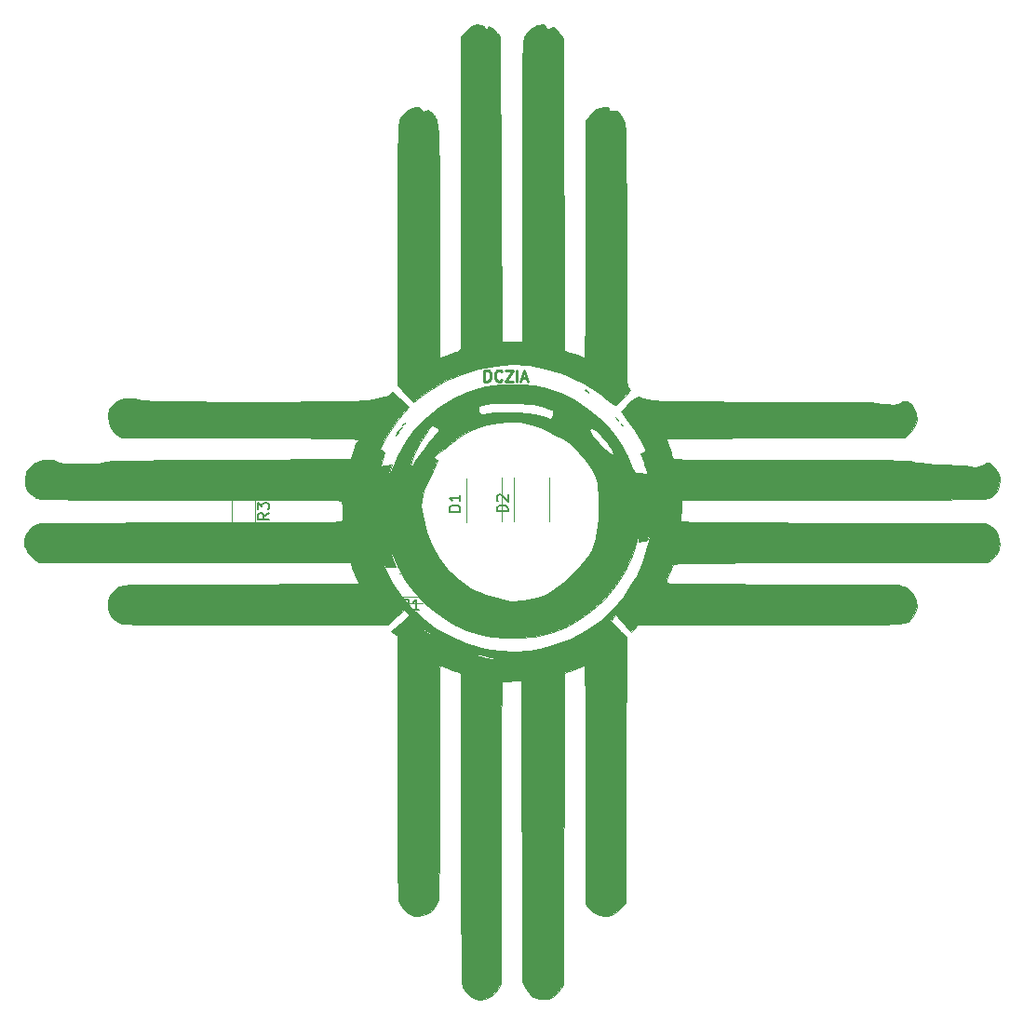
<source format=gto>
G04 #@! TF.FileFunction,Legend,Top*
%FSLAX46Y46*%
G04 Gerber Fmt 4.6, Leading zero omitted, Abs format (unit mm)*
G04 Created by KiCad (PCBNEW 4.0.7) date Sunday, July 22, 2018 'PMt' 03:48:40 PM*
%MOMM*%
%LPD*%
G01*
G04 APERTURE LIST*
%ADD10C,0.100000*%
%ADD11C,0.250000*%
%ADD12C,0.120000*%
%ADD13C,0.150000*%
%ADD14C,0.010000*%
G04 APERTURE END LIST*
D10*
D11*
X206746078Y-74213981D02*
X206746078Y-73213981D01*
X206984173Y-73213981D01*
X207127031Y-73261600D01*
X207222269Y-73356838D01*
X207269888Y-73452076D01*
X207317507Y-73642552D01*
X207317507Y-73785410D01*
X207269888Y-73975886D01*
X207222269Y-74071124D01*
X207127031Y-74166362D01*
X206984173Y-74213981D01*
X206746078Y-74213981D01*
X208317507Y-74118743D02*
X208269888Y-74166362D01*
X208127031Y-74213981D01*
X208031793Y-74213981D01*
X207888935Y-74166362D01*
X207793697Y-74071124D01*
X207746078Y-73975886D01*
X207698459Y-73785410D01*
X207698459Y-73642552D01*
X207746078Y-73452076D01*
X207793697Y-73356838D01*
X207888935Y-73261600D01*
X208031793Y-73213981D01*
X208127031Y-73213981D01*
X208269888Y-73261600D01*
X208317507Y-73309219D01*
X208650840Y-73213981D02*
X209317507Y-73213981D01*
X208650840Y-74213981D01*
X209317507Y-74213981D01*
X209698459Y-74213981D02*
X209698459Y-73213981D01*
X210127030Y-73928267D02*
X210603221Y-73928267D01*
X210031792Y-74213981D02*
X210365125Y-73213981D01*
X210698459Y-74213981D01*
D12*
X208295040Y-86971800D02*
X208295040Y-82971800D01*
X205095040Y-87021800D02*
X205095040Y-83021800D01*
X212623200Y-86946400D02*
X212623200Y-82946400D01*
X209423200Y-86996400D02*
X209423200Y-82996400D01*
X199025000Y-91665400D02*
X201025000Y-91665400D01*
X201025000Y-93805400D02*
X199025000Y-93805400D01*
X199101200Y-94373040D02*
X201101200Y-94373040D01*
X201101200Y-96513040D02*
X199101200Y-96513040D01*
X183755640Y-87055200D02*
X183755640Y-85055200D01*
X185895640Y-85055200D02*
X185895640Y-87055200D01*
D13*
X193886000Y-83912000D02*
X193886000Y-83962000D01*
X198036000Y-83912000D02*
X198036000Y-84057000D01*
X198036000Y-89062000D02*
X198036000Y-88917000D01*
X193886000Y-89062000D02*
X193886000Y-88917000D01*
X193886000Y-83912000D02*
X198036000Y-83912000D01*
X193886000Y-89062000D02*
X198036000Y-89062000D01*
X193886000Y-83962000D02*
X192486000Y-83962000D01*
D14*
G36*
X210008695Y-74537402D02*
X210532554Y-74548775D01*
X210943998Y-74571386D01*
X211286809Y-74609387D01*
X211604770Y-74666935D01*
X211941661Y-74748183D01*
X212131011Y-74799026D01*
X213610912Y-75299646D01*
X214979466Y-75958506D01*
X216226726Y-76769928D01*
X217342748Y-77728231D01*
X217453036Y-77838280D01*
X218361449Y-78847122D01*
X219114234Y-79889343D01*
X219744780Y-81017499D01*
X220286477Y-82284151D01*
X220299506Y-82318948D01*
X220434145Y-82662876D01*
X220532906Y-82882084D01*
X220584319Y-82953350D01*
X220584777Y-82922240D01*
X221528640Y-82922240D01*
X221578640Y-82972240D01*
X221628640Y-82922240D01*
X221578640Y-82872240D01*
X221528640Y-82922240D01*
X220584777Y-82922240D01*
X220585146Y-82897240D01*
X220533639Y-82572240D01*
X220972806Y-82572240D01*
X221269541Y-82599407D01*
X221443530Y-82670884D01*
X221462411Y-82697240D01*
X221507212Y-82743612D01*
X221520745Y-82663217D01*
X221493907Y-82500947D01*
X221415467Y-82203094D01*
X221299968Y-81822821D01*
X221244127Y-81651981D01*
X220959614Y-80799769D01*
X221189537Y-80660260D01*
X221419460Y-80520750D01*
X221091130Y-79868391D01*
X220329216Y-78547428D01*
X219595855Y-77548652D01*
X219370216Y-77266741D01*
X219204419Y-77050254D01*
X219129979Y-76940523D01*
X219128640Y-76935909D01*
X219198256Y-76857029D01*
X219385758Y-76676118D01*
X219659125Y-76423536D01*
X219864748Y-76237939D01*
X220208513Y-75935852D01*
X220445141Y-75749556D01*
X220613102Y-75657735D01*
X220750866Y-75639074D01*
X220889748Y-75669990D01*
X221099143Y-75736408D01*
X221288119Y-75795093D01*
X221469782Y-75846528D01*
X221657239Y-75891197D01*
X221863596Y-75929582D01*
X222101960Y-75962168D01*
X222385435Y-75989438D01*
X222727130Y-76011874D01*
X223140150Y-76029962D01*
X223637601Y-76044183D01*
X224232589Y-76055021D01*
X224938221Y-76062960D01*
X225767604Y-76068484D01*
X226733842Y-76072074D01*
X227850043Y-76074216D01*
X229129313Y-76075392D01*
X230584758Y-76076085D01*
X231915123Y-76076631D01*
X233563019Y-76078450D01*
X235099829Y-76082298D01*
X236516095Y-76088081D01*
X237802357Y-76095702D01*
X238949155Y-76105066D01*
X239947031Y-76116077D01*
X240786524Y-76128641D01*
X241458175Y-76142662D01*
X241952526Y-76158044D01*
X242260115Y-76174692D01*
X242328640Y-76181671D01*
X242960499Y-76265135D01*
X243428893Y-76320885D01*
X243768430Y-76348899D01*
X244013719Y-76349155D01*
X244199368Y-76321629D01*
X244359985Y-76266297D01*
X244530179Y-76183137D01*
X244535823Y-76180197D01*
X244796834Y-76052996D01*
X244970291Y-76016921D01*
X245144419Y-76067686D01*
X245295998Y-76143274D01*
X245560868Y-76327883D01*
X245755525Y-76544388D01*
X245771577Y-76572386D01*
X246009780Y-77168320D01*
X246062162Y-77705842D01*
X245925003Y-78209239D01*
X245594584Y-78702799D01*
X245415932Y-78894471D01*
X244938163Y-79372240D01*
X234083401Y-79372240D01*
X232628224Y-79372708D01*
X231230341Y-79374073D01*
X229902603Y-79376273D01*
X228657860Y-79379246D01*
X227508962Y-79382931D01*
X226468759Y-79387266D01*
X225550101Y-79392189D01*
X224765838Y-79397639D01*
X224128822Y-79403556D01*
X223651901Y-79409876D01*
X223347926Y-79416538D01*
X223229747Y-79423481D01*
X223228640Y-79424227D01*
X223263560Y-79536585D01*
X223354962Y-79780244D01*
X223478640Y-80091467D01*
X223607907Y-80435067D01*
X223698224Y-80723790D01*
X223728640Y-80882337D01*
X223795855Y-81093355D01*
X223885782Y-81215097D01*
X223925929Y-81240317D01*
X224000449Y-81262724D01*
X224120504Y-81282484D01*
X224297257Y-81299761D01*
X224541869Y-81314720D01*
X224865502Y-81327524D01*
X225279320Y-81338340D01*
X225794483Y-81347332D01*
X226422155Y-81354663D01*
X227173497Y-81360500D01*
X228059672Y-81365006D01*
X229091841Y-81368347D01*
X230281168Y-81370687D01*
X231638813Y-81372190D01*
X233175940Y-81373022D01*
X234610782Y-81373322D01*
X236314654Y-81373748D01*
X237830055Y-81374766D01*
X239168515Y-81376544D01*
X240341564Y-81379246D01*
X241360731Y-81383039D01*
X242237546Y-81388089D01*
X242983537Y-81394562D01*
X243610235Y-81402623D01*
X244129169Y-81412438D01*
X244551868Y-81424175D01*
X244889861Y-81437997D01*
X245154679Y-81454072D01*
X245357849Y-81472565D01*
X245510903Y-81493643D01*
X245625369Y-81517470D01*
X245678640Y-81532622D01*
X245980086Y-81600311D01*
X246432663Y-81658325D01*
X247050263Y-81707904D01*
X247846781Y-81750293D01*
X248328640Y-81769625D01*
X248989708Y-81798657D01*
X249605366Y-81834647D01*
X250139517Y-81874783D01*
X250556067Y-81916253D01*
X250818921Y-81956245D01*
X250860185Y-81966834D01*
X251387571Y-82031699D01*
X251922623Y-81899098D01*
X252202627Y-81753922D01*
X252421624Y-81631119D01*
X252565777Y-81613799D01*
X252730955Y-81703249D01*
X252814431Y-81762122D01*
X253228352Y-82165548D01*
X253490550Y-82653431D01*
X253596454Y-83185192D01*
X253541490Y-83720253D01*
X253321086Y-84218033D01*
X253119533Y-84469679D01*
X252828972Y-84729176D01*
X252548132Y-84867385D01*
X252257603Y-84925268D01*
X252100949Y-84932758D01*
X251756344Y-84940245D01*
X251235838Y-84947663D01*
X250551481Y-84954944D01*
X249715323Y-84962020D01*
X248739413Y-84968823D01*
X247635800Y-84975285D01*
X246416534Y-84981339D01*
X245093665Y-84986916D01*
X243679243Y-84991950D01*
X242185316Y-84996371D01*
X240623935Y-85000112D01*
X239007150Y-85003105D01*
X238228640Y-85004238D01*
X224678640Y-85022240D01*
X224657887Y-85672240D01*
X224639181Y-86058351D01*
X224611706Y-86400296D01*
X224587131Y-86588518D01*
X224593320Y-86831557D01*
X224664849Y-86960794D01*
X224767129Y-86977734D01*
X225033754Y-86993482D01*
X225467816Y-87008069D01*
X226072410Y-87021525D01*
X226850631Y-87033879D01*
X227805573Y-87045161D01*
X228940329Y-87055400D01*
X230257996Y-87064627D01*
X231761665Y-87072870D01*
X233454433Y-87080161D01*
X235339394Y-87086528D01*
X237419641Y-87092001D01*
X238585604Y-87094516D01*
X252378640Y-87122240D01*
X252750411Y-87355212D01*
X253186181Y-87720090D01*
X253454146Y-88173878D01*
X253566233Y-88739752D01*
X253571113Y-88949694D01*
X253536097Y-89397464D01*
X253420794Y-89745031D01*
X253192235Y-90055638D01*
X252819953Y-90390498D01*
X252474208Y-90670333D01*
X238237316Y-90696286D01*
X236248864Y-90700093D01*
X234450996Y-90703982D01*
X232834297Y-90708068D01*
X231389349Y-90712469D01*
X230106737Y-90717298D01*
X228977046Y-90722673D01*
X227990859Y-90728708D01*
X227138759Y-90735520D01*
X226411332Y-90743223D01*
X225799161Y-90751935D01*
X225292830Y-90761770D01*
X224882923Y-90772845D01*
X224560025Y-90785275D01*
X224314718Y-90799175D01*
X224137588Y-90814662D01*
X224019218Y-90831852D01*
X223950192Y-90850859D01*
X223921094Y-90871800D01*
X223920855Y-90872240D01*
X223743149Y-91232640D01*
X223571133Y-91624377D01*
X223422784Y-92000464D01*
X223316083Y-92313911D01*
X223269008Y-92517728D01*
X223273540Y-92563989D01*
X223357087Y-92583031D01*
X223586390Y-92600072D01*
X223966639Y-92615165D01*
X224503026Y-92628362D01*
X225200740Y-92639716D01*
X226064971Y-92649280D01*
X227100910Y-92657106D01*
X228313747Y-92663248D01*
X229708671Y-92667758D01*
X231290873Y-92670688D01*
X233065544Y-92672092D01*
X233928640Y-92672240D01*
X235396091Y-92673046D01*
X236799846Y-92675397D01*
X238127338Y-92679189D01*
X239366001Y-92684319D01*
X240503267Y-92690686D01*
X241526571Y-92698185D01*
X242423346Y-92706715D01*
X243181026Y-92716172D01*
X243787044Y-92726453D01*
X244228833Y-92737456D01*
X244493828Y-92749077D01*
X244570657Y-92759323D01*
X244699391Y-92840743D01*
X244906061Y-92902724D01*
X245238966Y-93056244D01*
X245562577Y-93352245D01*
X245829323Y-93736907D01*
X245983257Y-94121430D01*
X246046288Y-94715843D01*
X245927612Y-95255600D01*
X245632930Y-95716107D01*
X245607362Y-95743184D01*
X245520630Y-95835901D01*
X245441987Y-95919050D01*
X245360648Y-95993151D01*
X245265828Y-96058725D01*
X245146741Y-96116290D01*
X244992602Y-96166367D01*
X244792627Y-96209475D01*
X244536030Y-96246135D01*
X244212025Y-96276866D01*
X243809828Y-96302188D01*
X243318654Y-96322620D01*
X242727716Y-96338683D01*
X242026231Y-96350896D01*
X241203413Y-96359779D01*
X240248476Y-96365852D01*
X239150636Y-96369634D01*
X237899107Y-96371646D01*
X236483104Y-96372408D01*
X234891843Y-96372438D01*
X233114537Y-96372257D01*
X232555189Y-96372240D01*
X220717365Y-96372240D01*
X220118003Y-97022240D01*
X219398321Y-96238257D01*
X218678640Y-95454275D01*
X218434804Y-95714752D01*
X218190969Y-95975229D01*
X218584804Y-96392819D01*
X218877836Y-96700539D01*
X219178204Y-97011435D01*
X219305967Y-97141818D01*
X219633294Y-97473227D01*
X219605967Y-109551808D01*
X219578640Y-121630390D01*
X219251470Y-122043444D01*
X218836204Y-122442869D01*
X218338335Y-122727768D01*
X217820916Y-122864869D01*
X217680853Y-122872240D01*
X217238972Y-122787970D01*
X216780926Y-122560704D01*
X216374967Y-122228757D01*
X216228640Y-122057013D01*
X215978640Y-121722240D01*
X215952324Y-110897240D01*
X215947570Y-109123612D01*
X215942326Y-107540775D01*
X215936464Y-106139521D01*
X215929856Y-104910640D01*
X215922375Y-103844924D01*
X215913893Y-102933163D01*
X215904282Y-102166150D01*
X215893415Y-101534676D01*
X215881165Y-101029531D01*
X215867403Y-100641508D01*
X215852003Y-100361396D01*
X215834836Y-100179989D01*
X215815775Y-100088076D01*
X215802324Y-100071962D01*
X215640946Y-100112158D01*
X215383359Y-100213378D01*
X215278640Y-100261053D01*
X214914092Y-100415353D01*
X214513878Y-100559521D01*
X214428640Y-100586330D01*
X213978640Y-100722240D01*
X213878640Y-129122240D01*
X213652087Y-129486555D01*
X213420948Y-129785217D01*
X213128243Y-130074455D01*
X213052087Y-130136228D01*
X212795124Y-130305778D01*
X212540833Y-130392046D01*
X212201354Y-130420709D01*
X212074595Y-130421913D01*
X211705304Y-130407763D01*
X211445043Y-130345532D01*
X211203758Y-130206281D01*
X211057465Y-130095070D01*
X210755910Y-129795623D01*
X210486812Y-129430116D01*
X210411510Y-129295070D01*
X210178640Y-128822240D01*
X210127014Y-101422240D01*
X208357840Y-101485682D01*
X208290765Y-102756216D01*
X208282337Y-103017285D01*
X208274337Y-103464691D01*
X208266825Y-104084769D01*
X208259861Y-104863857D01*
X208253502Y-105788292D01*
X208247808Y-106844411D01*
X208242839Y-108018549D01*
X208238652Y-109297044D01*
X208235308Y-110666233D01*
X208232864Y-112112452D01*
X208231381Y-113622038D01*
X208230917Y-115181328D01*
X208231352Y-116509865D01*
X208239014Y-128992979D01*
X207996345Y-129457609D01*
X207680330Y-129879279D01*
X207251662Y-130199552D01*
X206760246Y-130397426D01*
X206255984Y-130451898D01*
X205841366Y-130364583D01*
X205435988Y-130136346D01*
X205073422Y-129816326D01*
X204814379Y-129463345D01*
X204745731Y-129303026D01*
X204727959Y-129193576D01*
X204711648Y-128979303D01*
X204696727Y-128653092D01*
X204683127Y-128207831D01*
X204670776Y-127636405D01*
X204659605Y-126931701D01*
X204649544Y-126086605D01*
X204640522Y-125094004D01*
X204632469Y-123946784D01*
X204625315Y-122637831D01*
X204618990Y-121160032D01*
X204613423Y-119506273D01*
X204608545Y-117669440D01*
X204604284Y-115642421D01*
X204602815Y-114822240D01*
X204578640Y-100722240D01*
X204128640Y-100584910D01*
X203811488Y-100478091D01*
X203456234Y-100335535D01*
X203008470Y-100134575D01*
X202703640Y-99991218D01*
X202693458Y-100084136D01*
X202683683Y-100364091D01*
X202674408Y-100818121D01*
X202665725Y-101433264D01*
X202657726Y-102196555D01*
X202650504Y-103095034D01*
X202644150Y-104115738D01*
X202638757Y-105245703D01*
X202634418Y-106471968D01*
X202631224Y-107781569D01*
X202629267Y-109161545D01*
X202628640Y-110527304D01*
X202628068Y-112327438D01*
X202626287Y-113936354D01*
X202623201Y-115362829D01*
X202618712Y-116615641D01*
X202612724Y-117703571D01*
X202605139Y-118635394D01*
X202595861Y-119419890D01*
X202584792Y-120065838D01*
X202571836Y-120582014D01*
X202556895Y-120977198D01*
X202539873Y-121260168D01*
X202520672Y-121439703D01*
X202507375Y-121503781D01*
X202251756Y-122030323D01*
X201853981Y-122444687D01*
X201350843Y-122724011D01*
X200779133Y-122845438D01*
X200377254Y-122827259D01*
X199898307Y-122660066D01*
X199474085Y-122332439D01*
X199142869Y-121883264D01*
X198948386Y-121375750D01*
X198928822Y-121237026D01*
X198911269Y-120993989D01*
X198895649Y-120638677D01*
X198881884Y-120163130D01*
X198869896Y-119559384D01*
X198859608Y-118819479D01*
X198850942Y-117935451D01*
X198843819Y-116899340D01*
X198838162Y-115703183D01*
X198833894Y-114339018D01*
X198830936Y-112798884D01*
X198829210Y-111074818D01*
X198828640Y-109158858D01*
X198828640Y-99014758D01*
X205752788Y-99014758D01*
X205815113Y-99062186D01*
X206014020Y-99142245D01*
X206292799Y-99236201D01*
X206594739Y-99325324D01*
X206863130Y-99390881D01*
X206928640Y-99403154D01*
X207267177Y-99450774D01*
X207462423Y-99450518D01*
X207565310Y-99402226D01*
X207566396Y-99401150D01*
X207506986Y-99353498D01*
X207289222Y-99283439D01*
X206951895Y-99202224D01*
X206713689Y-99153857D01*
X206309937Y-99081231D01*
X205987274Y-99031460D01*
X205790772Y-99011071D01*
X205752788Y-99014758D01*
X198828640Y-99014758D01*
X198828640Y-98922240D01*
X205528640Y-98922240D01*
X205578640Y-98972240D01*
X205628640Y-98922240D01*
X205578640Y-98872240D01*
X205528640Y-98922240D01*
X198828640Y-98922240D01*
X198828640Y-97522240D01*
X202328640Y-97522240D01*
X202378640Y-97572240D01*
X202428640Y-97522240D01*
X202378640Y-97472240D01*
X202328640Y-97522240D01*
X198828640Y-97522240D01*
X198828640Y-97422240D01*
X202128640Y-97422240D01*
X202178640Y-97472240D01*
X202228640Y-97422240D01*
X202178640Y-97372240D01*
X202128640Y-97422240D01*
X198828640Y-97422240D01*
X198828640Y-97388921D01*
X198278640Y-96973895D01*
X198562257Y-96714662D01*
X201089569Y-96714662D01*
X201207699Y-96858489D01*
X201436550Y-97039625D01*
X201564693Y-97122217D01*
X201860926Y-97292445D01*
X202018762Y-97366546D01*
X202026188Y-97339589D01*
X201973640Y-97290033D01*
X201671080Y-97041812D01*
X201400402Y-96843445D01*
X201195977Y-96717304D01*
X201092178Y-96685758D01*
X201089569Y-96714662D01*
X198562257Y-96714662D01*
X198778640Y-96516883D01*
X199096527Y-96232849D01*
X199410497Y-95962791D01*
X199607879Y-95800952D01*
X199937119Y-95542034D01*
X199663350Y-95256280D01*
X199389580Y-94970527D01*
X198684110Y-95675882D01*
X197978640Y-96381238D01*
X186028585Y-96375566D01*
X184084686Y-96373800D01*
X182292023Y-96370443D01*
X180655332Y-96365536D01*
X179179348Y-96359121D01*
X177868808Y-96351236D01*
X176728446Y-96341923D01*
X175762998Y-96331222D01*
X174977201Y-96319173D01*
X174375789Y-96305817D01*
X173963499Y-96291195D01*
X173745065Y-96275346D01*
X173718257Y-96270417D01*
X173232494Y-96042760D01*
X172861481Y-95683631D01*
X172614399Y-95231428D01*
X172500430Y-94724549D01*
X172528757Y-94201390D01*
X172708561Y-93700350D01*
X173007875Y-93299671D01*
X173102436Y-93201514D01*
X173186309Y-93114133D01*
X173271042Y-93036903D01*
X173368180Y-92969200D01*
X173489268Y-92910399D01*
X173645852Y-92859875D01*
X173849478Y-92817005D01*
X174111691Y-92781164D01*
X174444037Y-92751727D01*
X174858063Y-92728070D01*
X175365313Y-92709569D01*
X175977333Y-92695598D01*
X176705669Y-92685535D01*
X177561866Y-92678753D01*
X178557471Y-92674629D01*
X179704029Y-92672539D01*
X181013086Y-92671857D01*
X182496187Y-92671959D01*
X184164878Y-92672222D01*
X184608761Y-92672239D01*
X186046959Y-92671685D01*
X187428680Y-92670072D01*
X188740812Y-92667473D01*
X189970247Y-92663962D01*
X191103874Y-92659613D01*
X192128582Y-92654500D01*
X193031261Y-92648696D01*
X193798801Y-92642276D01*
X194418091Y-92635313D01*
X194876023Y-92627880D01*
X195159484Y-92620052D01*
X195255207Y-92612339D01*
X195248313Y-92496809D01*
X195162776Y-92271686D01*
X195096874Y-92137400D01*
X194930512Y-91776984D01*
X194771853Y-91364646D01*
X194725093Y-91222301D01*
X194571546Y-90722240D01*
X180525093Y-90697276D01*
X178861549Y-90694322D01*
X177250873Y-90691468D01*
X175704607Y-90688732D01*
X174234297Y-90686136D01*
X172851485Y-90683699D01*
X171567715Y-90681442D01*
X170394533Y-90679385D01*
X169343481Y-90677549D01*
X168426103Y-90675953D01*
X167653944Y-90674617D01*
X167038547Y-90673563D01*
X166591456Y-90672809D01*
X166324215Y-90672377D01*
X166248878Y-90672276D01*
X166035042Y-90595312D01*
X165742657Y-90381626D01*
X165541347Y-90194471D01*
X165393092Y-90010915D01*
X197256631Y-90010915D01*
X197267038Y-90125551D01*
X197350374Y-90380951D01*
X197490205Y-90738949D01*
X197670100Y-91161381D01*
X197873627Y-91610085D01*
X198084355Y-92046895D01*
X198285852Y-92433647D01*
X198346132Y-92541364D01*
X199141698Y-93738637D01*
X200101506Y-94852803D01*
X201199781Y-95863150D01*
X202410748Y-96748965D01*
X203708633Y-97489538D01*
X205067658Y-98064156D01*
X205328640Y-98152209D01*
X206754498Y-98542499D01*
X208122541Y-98763575D01*
X209477022Y-98818218D01*
X210862198Y-98709206D01*
X211774307Y-98557006D01*
X213261129Y-98164937D01*
X214683258Y-97596323D01*
X216023197Y-96864383D01*
X217263449Y-95982336D01*
X218386515Y-94963399D01*
X219374900Y-93820794D01*
X220211106Y-92567738D01*
X220558382Y-91920675D01*
X221092657Y-90733931D01*
X221477884Y-89621088D01*
X221672053Y-88838755D01*
X221753585Y-88417574D01*
X221801155Y-88117354D01*
X221814248Y-87954796D01*
X221792347Y-87946600D01*
X221734936Y-88109465D01*
X221689565Y-88272240D01*
X221605285Y-88547469D01*
X221503435Y-88683881D01*
X221321216Y-88737476D01*
X221150515Y-88752934D01*
X220730905Y-88783628D01*
X220783502Y-88302934D01*
X220796161Y-88125989D01*
X220775124Y-88116688D01*
X220716538Y-88283499D01*
X220616551Y-88634892D01*
X220592822Y-88722240D01*
X220147202Y-90101320D01*
X219584573Y-91344747D01*
X218881889Y-92493419D01*
X218016105Y-93588233D01*
X217591222Y-94049205D01*
X216472202Y-95089470D01*
X215288699Y-95943242D01*
X214033775Y-96613258D01*
X212700491Y-97102258D01*
X211281907Y-97412979D01*
X209771085Y-97548160D01*
X208736425Y-97543195D01*
X207422348Y-97434686D01*
X206227030Y-97208116D01*
X205098215Y-96849123D01*
X203983644Y-96343342D01*
X203583655Y-96126969D01*
X202433252Y-95372873D01*
X201353963Y-94454752D01*
X200372254Y-93403529D01*
X199514589Y-92250131D01*
X198807433Y-91025484D01*
X198378980Y-90045010D01*
X198270733Y-89783430D01*
X198187067Y-89629015D01*
X198158155Y-89609390D01*
X198172186Y-89715249D01*
X198246564Y-89959013D01*
X198366404Y-90293275D01*
X198402187Y-90386620D01*
X198687829Y-91122240D01*
X197734326Y-91122240D01*
X197518072Y-90543983D01*
X197399282Y-90250593D01*
X197303900Y-90058778D01*
X197256631Y-90010915D01*
X165393092Y-90010915D01*
X165159933Y-89722240D01*
X197128640Y-89722240D01*
X197178640Y-89772240D01*
X197228640Y-89722240D01*
X197178640Y-89672240D01*
X197128640Y-89722240D01*
X165159933Y-89722240D01*
X165129734Y-89684851D01*
X165020349Y-89422240D01*
X197028640Y-89422240D01*
X197078640Y-89472240D01*
X197128640Y-89422240D01*
X197078640Y-89372240D01*
X197028640Y-89422240D01*
X165020349Y-89422240D01*
X164975225Y-89313906D01*
X198036534Y-89313906D01*
X198054920Y-89443608D01*
X198089056Y-89445156D01*
X198112928Y-89311317D01*
X198096951Y-89253490D01*
X198052548Y-89215611D01*
X198036534Y-89313906D01*
X164975225Y-89313906D01*
X164917530Y-89175395D01*
X164912277Y-88972240D01*
X197928640Y-88972240D01*
X197965228Y-89054551D01*
X197995306Y-89038906D01*
X198007274Y-88920230D01*
X197995306Y-88905573D01*
X197935856Y-88919300D01*
X197928640Y-88972240D01*
X164912277Y-88972240D01*
X164904221Y-88660739D01*
X165089290Y-88135520D01*
X165310784Y-87792451D01*
X165598310Y-87478668D01*
X165929135Y-87280503D01*
X166326287Y-87159863D01*
X166467644Y-87149942D01*
X166797026Y-87140191D01*
X167302459Y-87130691D01*
X167971969Y-87121522D01*
X168793581Y-87112766D01*
X169755321Y-87104504D01*
X170845214Y-87096818D01*
X172051286Y-87089788D01*
X173361562Y-87083496D01*
X174764067Y-87078022D01*
X176246828Y-87073449D01*
X177797870Y-87069857D01*
X179405218Y-87067328D01*
X180078640Y-87066616D01*
X181702289Y-87064610D01*
X183272420Y-87061628D01*
X184777247Y-87057742D01*
X186204983Y-87053027D01*
X187543843Y-87047557D01*
X188782041Y-87041404D01*
X189907792Y-87034644D01*
X190909309Y-87027349D01*
X191774807Y-87019593D01*
X192492500Y-87011450D01*
X193050603Y-87002994D01*
X193437329Y-86994298D01*
X193640892Y-86985437D01*
X193669145Y-86981606D01*
X193761168Y-86924640D01*
X193817153Y-86812289D01*
X193845010Y-86603082D01*
X193852649Y-86255550D01*
X193851443Y-86025904D01*
X193834357Y-85542383D01*
X200977085Y-85542383D01*
X201015389Y-86045683D01*
X201077511Y-86400909D01*
X201461637Y-87863871D01*
X201978593Y-89181699D01*
X202627018Y-90352429D01*
X203405547Y-91374095D01*
X204312819Y-92244731D01*
X205347469Y-92962372D01*
X205797381Y-93206498D01*
X206295433Y-93429185D01*
X206876719Y-93644315D01*
X207499658Y-93841123D01*
X208122666Y-94008844D01*
X208704160Y-94136712D01*
X209202559Y-94213960D01*
X209576280Y-94229825D01*
X209690855Y-94214503D01*
X209850534Y-94186617D01*
X210128901Y-94145452D01*
X210290855Y-94123255D01*
X211185790Y-93972505D01*
X211912352Y-93778337D01*
X212499107Y-93532206D01*
X212746782Y-93388402D01*
X213898048Y-92538324D01*
X215012206Y-91497183D01*
X215530575Y-90932691D01*
X215948443Y-90434675D01*
X216263578Y-89995459D01*
X216501858Y-89561248D01*
X216689161Y-89078248D01*
X216851365Y-88492663D01*
X216978757Y-87922240D01*
X217047861Y-87472240D01*
X220844429Y-87472240D01*
X220860144Y-87614203D01*
X220894868Y-87597240D01*
X220908075Y-87392505D01*
X220894868Y-87347240D01*
X220858368Y-87334677D01*
X220844429Y-87472240D01*
X217047861Y-87472240D01*
X217061692Y-87382174D01*
X217118153Y-86714006D01*
X217147809Y-85973420D01*
X217150331Y-85216102D01*
X217125389Y-84497738D01*
X217076026Y-83913906D01*
X220736534Y-83913906D01*
X220754920Y-84043608D01*
X220789056Y-84045156D01*
X220812928Y-83911317D01*
X220796951Y-83853490D01*
X220752548Y-83815611D01*
X220736534Y-83913906D01*
X217076026Y-83913906D01*
X217072653Y-83874014D01*
X217007595Y-83472240D01*
X220644429Y-83472240D01*
X220660144Y-83614203D01*
X220694868Y-83597240D01*
X220708075Y-83392505D01*
X220694868Y-83347240D01*
X220658368Y-83334677D01*
X220644429Y-83472240D01*
X217007595Y-83472240D01*
X217005216Y-83457549D01*
X216770358Y-82711333D01*
X216395149Y-81986172D01*
X215862646Y-81254759D01*
X215176642Y-80510340D01*
X214811787Y-80154028D01*
X214507401Y-79879409D01*
X214217448Y-79654794D01*
X213895892Y-79448496D01*
X213496696Y-79228828D01*
X212973826Y-78964103D01*
X212818654Y-78887299D01*
X212351992Y-78668525D01*
X216278566Y-78668525D01*
X216357047Y-78859777D01*
X216558522Y-79141033D01*
X216891995Y-79528524D01*
X217236992Y-79901654D01*
X217650116Y-80333131D01*
X217952002Y-80629313D01*
X218161950Y-80806429D01*
X218299262Y-80880711D01*
X218383237Y-80868387D01*
X218384967Y-80866988D01*
X218438124Y-80776039D01*
X218408258Y-80626765D01*
X218282230Y-80379732D01*
X218148824Y-80158221D01*
X217892274Y-79789923D01*
X217583122Y-79414492D01*
X217254308Y-79064341D01*
X216938773Y-78771881D01*
X216669456Y-78569527D01*
X216479299Y-78489690D01*
X216454569Y-78491098D01*
X216314075Y-78551043D01*
X216278566Y-78668525D01*
X212351992Y-78668525D01*
X212006213Y-78506422D01*
X211304024Y-78228724D01*
X210660010Y-78040555D01*
X210022091Y-77928266D01*
X209338191Y-77878207D01*
X208945678Y-77872240D01*
X207952272Y-77943912D01*
X206940396Y-78147887D01*
X205955042Y-78467599D01*
X205041204Y-78886482D01*
X204243878Y-79387972D01*
X203787438Y-79771330D01*
X203498882Y-80041838D01*
X203264689Y-80249157D01*
X203121620Y-80361246D01*
X203098070Y-80372240D01*
X202974719Y-80427318D01*
X202761545Y-80564574D01*
X202515391Y-80742040D01*
X202293103Y-80917748D01*
X202151523Y-81049731D01*
X202128640Y-81087971D01*
X202206093Y-81190429D01*
X202327966Y-81271879D01*
X202409978Y-81326969D01*
X202443391Y-81404457D01*
X202418888Y-81538374D01*
X202327156Y-81762749D01*
X202158879Y-82111613D01*
X202024503Y-82380483D01*
X201623496Y-83210705D01*
X201326151Y-83908470D01*
X201124566Y-84507313D01*
X201010844Y-85040772D01*
X200977085Y-85542383D01*
X193834357Y-85542383D01*
X193833841Y-85527796D01*
X193790652Y-85213269D01*
X193719709Y-85067281D01*
X193712693Y-85062384D01*
X193598755Y-85052709D01*
X193296413Y-85043348D01*
X192817261Y-85034369D01*
X192172896Y-85025840D01*
X191374912Y-85017832D01*
X190434904Y-85010411D01*
X189364469Y-85003649D01*
X188175200Y-84997612D01*
X186878694Y-84992371D01*
X185486546Y-84987993D01*
X184010351Y-84984548D01*
X182461704Y-84982105D01*
X180852201Y-84980731D01*
X179908236Y-84980454D01*
X177979697Y-84980216D01*
X176241009Y-84979779D01*
X174682026Y-84979002D01*
X173292599Y-84977744D01*
X172062580Y-84975866D01*
X170981822Y-84973226D01*
X170040176Y-84969684D01*
X169227494Y-84965099D01*
X168533628Y-84959330D01*
X167948431Y-84952237D01*
X167461755Y-84943679D01*
X167063451Y-84933516D01*
X166743372Y-84921607D01*
X166491369Y-84907811D01*
X166297296Y-84891988D01*
X166151003Y-84873996D01*
X166042343Y-84853696D01*
X165961167Y-84830947D01*
X165897329Y-84805608D01*
X165856481Y-84785721D01*
X165398782Y-84452250D01*
X165091031Y-84020784D01*
X165075639Y-83972240D01*
X197728640Y-83972240D01*
X197765228Y-84054551D01*
X197795306Y-84038906D01*
X197807274Y-83920230D01*
X197795306Y-83905573D01*
X197735856Y-83919300D01*
X197728640Y-83972240D01*
X165075639Y-83972240D01*
X164934481Y-83527081D01*
X164934378Y-83513906D01*
X197836534Y-83513906D01*
X197854920Y-83643608D01*
X197889056Y-83645156D01*
X197912928Y-83511317D01*
X197896951Y-83453490D01*
X197852548Y-83415611D01*
X197836534Y-83513906D01*
X164934378Y-83513906D01*
X164930387Y-83006902D01*
X165028392Y-82672240D01*
X197028640Y-82672240D01*
X197065228Y-82754551D01*
X197095306Y-82738906D01*
X197107274Y-82620230D01*
X197095306Y-82605573D01*
X197035856Y-82619300D01*
X197028640Y-82672240D01*
X165028392Y-82672240D01*
X165080002Y-82496006D01*
X165384583Y-82030153D01*
X165748537Y-81708451D01*
X166130104Y-81523599D01*
X166601406Y-81408415D01*
X167095522Y-81368331D01*
X167545529Y-81408780D01*
X167884293Y-81535056D01*
X168007832Y-81602830D01*
X168161556Y-81652181D01*
X168377090Y-81685941D01*
X168686061Y-81706942D01*
X169120096Y-81718016D01*
X169710822Y-81721997D01*
X169974369Y-81722240D01*
X170686963Y-81717905D01*
X171228152Y-81703582D01*
X171626370Y-81677291D01*
X171910052Y-81637052D01*
X172107633Y-81580884D01*
X172128640Y-81572240D01*
X172205086Y-81548371D01*
X172324471Y-81526869D01*
X172497669Y-81507542D01*
X172735558Y-81490201D01*
X173049014Y-81474655D01*
X173448912Y-81460711D01*
X173946130Y-81448181D01*
X174551544Y-81436872D01*
X175276030Y-81426594D01*
X176130464Y-81417157D01*
X177125723Y-81408369D01*
X178272683Y-81400039D01*
X179582220Y-81391977D01*
X181065211Y-81383993D01*
X182732533Y-81375894D01*
X183528640Y-81372240D01*
X194578640Y-81322240D01*
X194828640Y-80553918D01*
X194954348Y-80185953D01*
X195065302Y-79893726D01*
X195141808Y-79728238D01*
X195153640Y-79712252D01*
X195205681Y-79659270D01*
X195240190Y-79612099D01*
X195246534Y-79570402D01*
X195214078Y-79533842D01*
X195132189Y-79502079D01*
X194990235Y-79474778D01*
X194777580Y-79451599D01*
X194483592Y-79432207D01*
X194097638Y-79416263D01*
X193609083Y-79403429D01*
X193007294Y-79393369D01*
X192281637Y-79385744D01*
X191421480Y-79380218D01*
X190416189Y-79376451D01*
X189255129Y-79374108D01*
X187927668Y-79372850D01*
X186423172Y-79372340D01*
X184731007Y-79372240D01*
X173656797Y-79372240D01*
X173194547Y-78965350D01*
X172784307Y-78489520D01*
X172548990Y-77955721D01*
X172493583Y-77394604D01*
X172623079Y-76836820D01*
X172794990Y-76511320D01*
X173028894Y-76263594D01*
X173366173Y-76025374D01*
X173720976Y-75850822D01*
X173928640Y-75796107D01*
X174417323Y-75766894D01*
X174895707Y-75787458D01*
X175295080Y-75852240D01*
X175494436Y-75922779D01*
X175643415Y-75948689D01*
X175975809Y-75972434D01*
X176475042Y-75994006D01*
X177124540Y-76013397D01*
X177907729Y-76030596D01*
X178808035Y-76045597D01*
X179808883Y-76058390D01*
X180893699Y-76068966D01*
X182045908Y-76077318D01*
X183248936Y-76083435D01*
X184486209Y-76087310D01*
X185741151Y-76088935D01*
X186997190Y-76088299D01*
X188237751Y-76085396D01*
X189446258Y-76080215D01*
X190606138Y-76072749D01*
X191700817Y-76062988D01*
X192713719Y-76050925D01*
X193628272Y-76036550D01*
X194427899Y-76019855D01*
X195096028Y-76000832D01*
X195616082Y-75979470D01*
X195971490Y-75955763D01*
X196132630Y-75933540D01*
X196565474Y-75838761D01*
X197047953Y-75754748D01*
X197267057Y-75724668D01*
X197699152Y-75641570D01*
X197992755Y-75501871D01*
X198096602Y-75413367D01*
X198271279Y-75250827D01*
X198378445Y-75173314D01*
X198383879Y-75172239D01*
X198469456Y-75238478D01*
X198662996Y-75416962D01*
X198932222Y-75677341D01*
X199133880Y-75877490D01*
X199837732Y-76582740D01*
X199369228Y-77102490D01*
X198820851Y-77763696D01*
X198283657Y-78506161D01*
X197812228Y-79251287D01*
X197570674Y-79692397D01*
X197231003Y-80362554D01*
X197450737Y-80516462D01*
X197670472Y-80670370D01*
X197390783Y-81529198D01*
X197272461Y-81913225D01*
X197190497Y-82220350D01*
X197156385Y-82405268D01*
X197160350Y-82437284D01*
X197212615Y-82388293D01*
X197271978Y-82202282D01*
X197275037Y-82188643D01*
X197333349Y-82006957D01*
X197444022Y-81912663D01*
X197667180Y-81869276D01*
X197822374Y-81856492D01*
X198304282Y-81822240D01*
X198163726Y-82272240D01*
X198040991Y-82688038D01*
X197980767Y-82939558D01*
X197980465Y-83020335D01*
X198037493Y-82923901D01*
X198149261Y-82643792D01*
X198226362Y-82428537D01*
X198461158Y-81870028D01*
X200032709Y-81870028D01*
X200049804Y-81952725D01*
X200133935Y-81908645D01*
X200158123Y-81889004D01*
X200275540Y-81755518D01*
X200473360Y-81493240D01*
X200723117Y-81141149D01*
X200973989Y-80771865D01*
X201295106Y-80308994D01*
X201641401Y-79841396D01*
X201964066Y-79433569D01*
X202149265Y-79218709D01*
X202408303Y-78930196D01*
X202548005Y-78749209D01*
X202585808Y-78637355D01*
X202539151Y-78556239D01*
X202474085Y-78503521D01*
X202192410Y-78308270D01*
X202006387Y-78242364D01*
X201859543Y-78305307D01*
X201695408Y-78496601D01*
X201695352Y-78496675D01*
X201255572Y-79128662D01*
X200851375Y-79795995D01*
X200505983Y-80453920D01*
X200242615Y-81057686D01*
X200084494Y-81562538D01*
X200071386Y-81626448D01*
X200032709Y-81870028D01*
X198461158Y-81870028D01*
X198817543Y-81022298D01*
X199570406Y-79714390D01*
X200471274Y-78519305D01*
X201506467Y-77451540D01*
X202580050Y-76591487D01*
X206183432Y-76591487D01*
X206218434Y-76832300D01*
X206238151Y-76910470D01*
X206320795Y-77154527D01*
X206419709Y-77248675D01*
X206588480Y-77239491D01*
X206611162Y-77234705D01*
X207609963Y-77076380D01*
X208676398Y-77010178D01*
X209756480Y-77033494D01*
X210796227Y-77143724D01*
X211741654Y-77338263D01*
X212278640Y-77508170D01*
X212593580Y-77610906D01*
X212778670Y-77613347D01*
X212884787Y-77500857D01*
X212947707Y-77315724D01*
X212992212Y-77069469D01*
X212985290Y-76907645D01*
X212853700Y-76795917D01*
X212553528Y-76668890D01*
X212114658Y-76535982D01*
X211566975Y-76406610D01*
X211125156Y-76321486D01*
X210619545Y-76253991D01*
X210023425Y-76208781D01*
X209371690Y-76184862D01*
X208699232Y-76181240D01*
X208040948Y-76196920D01*
X207431730Y-76230910D01*
X206906472Y-76282216D01*
X206500070Y-76349843D01*
X206247417Y-76432798D01*
X206205629Y-76461599D01*
X206183432Y-76591487D01*
X202580050Y-76591487D01*
X202662309Y-76525589D01*
X203925120Y-75755946D01*
X204980001Y-75271699D01*
X205670851Y-75012148D01*
X206289538Y-74818834D01*
X206887520Y-74683016D01*
X207516255Y-74595955D01*
X208227201Y-74548910D01*
X209071818Y-74533143D01*
X209328640Y-74533112D01*
X210008695Y-74537402D01*
X210008695Y-74537402D01*
G37*
X210008695Y-74537402D02*
X210532554Y-74548775D01*
X210943998Y-74571386D01*
X211286809Y-74609387D01*
X211604770Y-74666935D01*
X211941661Y-74748183D01*
X212131011Y-74799026D01*
X213610912Y-75299646D01*
X214979466Y-75958506D01*
X216226726Y-76769928D01*
X217342748Y-77728231D01*
X217453036Y-77838280D01*
X218361449Y-78847122D01*
X219114234Y-79889343D01*
X219744780Y-81017499D01*
X220286477Y-82284151D01*
X220299506Y-82318948D01*
X220434145Y-82662876D01*
X220532906Y-82882084D01*
X220584319Y-82953350D01*
X220584777Y-82922240D01*
X221528640Y-82922240D01*
X221578640Y-82972240D01*
X221628640Y-82922240D01*
X221578640Y-82872240D01*
X221528640Y-82922240D01*
X220584777Y-82922240D01*
X220585146Y-82897240D01*
X220533639Y-82572240D01*
X220972806Y-82572240D01*
X221269541Y-82599407D01*
X221443530Y-82670884D01*
X221462411Y-82697240D01*
X221507212Y-82743612D01*
X221520745Y-82663217D01*
X221493907Y-82500947D01*
X221415467Y-82203094D01*
X221299968Y-81822821D01*
X221244127Y-81651981D01*
X220959614Y-80799769D01*
X221189537Y-80660260D01*
X221419460Y-80520750D01*
X221091130Y-79868391D01*
X220329216Y-78547428D01*
X219595855Y-77548652D01*
X219370216Y-77266741D01*
X219204419Y-77050254D01*
X219129979Y-76940523D01*
X219128640Y-76935909D01*
X219198256Y-76857029D01*
X219385758Y-76676118D01*
X219659125Y-76423536D01*
X219864748Y-76237939D01*
X220208513Y-75935852D01*
X220445141Y-75749556D01*
X220613102Y-75657735D01*
X220750866Y-75639074D01*
X220889748Y-75669990D01*
X221099143Y-75736408D01*
X221288119Y-75795093D01*
X221469782Y-75846528D01*
X221657239Y-75891197D01*
X221863596Y-75929582D01*
X222101960Y-75962168D01*
X222385435Y-75989438D01*
X222727130Y-76011874D01*
X223140150Y-76029962D01*
X223637601Y-76044183D01*
X224232589Y-76055021D01*
X224938221Y-76062960D01*
X225767604Y-76068484D01*
X226733842Y-76072074D01*
X227850043Y-76074216D01*
X229129313Y-76075392D01*
X230584758Y-76076085D01*
X231915123Y-76076631D01*
X233563019Y-76078450D01*
X235099829Y-76082298D01*
X236516095Y-76088081D01*
X237802357Y-76095702D01*
X238949155Y-76105066D01*
X239947031Y-76116077D01*
X240786524Y-76128641D01*
X241458175Y-76142662D01*
X241952526Y-76158044D01*
X242260115Y-76174692D01*
X242328640Y-76181671D01*
X242960499Y-76265135D01*
X243428893Y-76320885D01*
X243768430Y-76348899D01*
X244013719Y-76349155D01*
X244199368Y-76321629D01*
X244359985Y-76266297D01*
X244530179Y-76183137D01*
X244535823Y-76180197D01*
X244796834Y-76052996D01*
X244970291Y-76016921D01*
X245144419Y-76067686D01*
X245295998Y-76143274D01*
X245560868Y-76327883D01*
X245755525Y-76544388D01*
X245771577Y-76572386D01*
X246009780Y-77168320D01*
X246062162Y-77705842D01*
X245925003Y-78209239D01*
X245594584Y-78702799D01*
X245415932Y-78894471D01*
X244938163Y-79372240D01*
X234083401Y-79372240D01*
X232628224Y-79372708D01*
X231230341Y-79374073D01*
X229902603Y-79376273D01*
X228657860Y-79379246D01*
X227508962Y-79382931D01*
X226468759Y-79387266D01*
X225550101Y-79392189D01*
X224765838Y-79397639D01*
X224128822Y-79403556D01*
X223651901Y-79409876D01*
X223347926Y-79416538D01*
X223229747Y-79423481D01*
X223228640Y-79424227D01*
X223263560Y-79536585D01*
X223354962Y-79780244D01*
X223478640Y-80091467D01*
X223607907Y-80435067D01*
X223698224Y-80723790D01*
X223728640Y-80882337D01*
X223795855Y-81093355D01*
X223885782Y-81215097D01*
X223925929Y-81240317D01*
X224000449Y-81262724D01*
X224120504Y-81282484D01*
X224297257Y-81299761D01*
X224541869Y-81314720D01*
X224865502Y-81327524D01*
X225279320Y-81338340D01*
X225794483Y-81347332D01*
X226422155Y-81354663D01*
X227173497Y-81360500D01*
X228059672Y-81365006D01*
X229091841Y-81368347D01*
X230281168Y-81370687D01*
X231638813Y-81372190D01*
X233175940Y-81373022D01*
X234610782Y-81373322D01*
X236314654Y-81373748D01*
X237830055Y-81374766D01*
X239168515Y-81376544D01*
X240341564Y-81379246D01*
X241360731Y-81383039D01*
X242237546Y-81388089D01*
X242983537Y-81394562D01*
X243610235Y-81402623D01*
X244129169Y-81412438D01*
X244551868Y-81424175D01*
X244889861Y-81437997D01*
X245154679Y-81454072D01*
X245357849Y-81472565D01*
X245510903Y-81493643D01*
X245625369Y-81517470D01*
X245678640Y-81532622D01*
X245980086Y-81600311D01*
X246432663Y-81658325D01*
X247050263Y-81707904D01*
X247846781Y-81750293D01*
X248328640Y-81769625D01*
X248989708Y-81798657D01*
X249605366Y-81834647D01*
X250139517Y-81874783D01*
X250556067Y-81916253D01*
X250818921Y-81956245D01*
X250860185Y-81966834D01*
X251387571Y-82031699D01*
X251922623Y-81899098D01*
X252202627Y-81753922D01*
X252421624Y-81631119D01*
X252565777Y-81613799D01*
X252730955Y-81703249D01*
X252814431Y-81762122D01*
X253228352Y-82165548D01*
X253490550Y-82653431D01*
X253596454Y-83185192D01*
X253541490Y-83720253D01*
X253321086Y-84218033D01*
X253119533Y-84469679D01*
X252828972Y-84729176D01*
X252548132Y-84867385D01*
X252257603Y-84925268D01*
X252100949Y-84932758D01*
X251756344Y-84940245D01*
X251235838Y-84947663D01*
X250551481Y-84954944D01*
X249715323Y-84962020D01*
X248739413Y-84968823D01*
X247635800Y-84975285D01*
X246416534Y-84981339D01*
X245093665Y-84986916D01*
X243679243Y-84991950D01*
X242185316Y-84996371D01*
X240623935Y-85000112D01*
X239007150Y-85003105D01*
X238228640Y-85004238D01*
X224678640Y-85022240D01*
X224657887Y-85672240D01*
X224639181Y-86058351D01*
X224611706Y-86400296D01*
X224587131Y-86588518D01*
X224593320Y-86831557D01*
X224664849Y-86960794D01*
X224767129Y-86977734D01*
X225033754Y-86993482D01*
X225467816Y-87008069D01*
X226072410Y-87021525D01*
X226850631Y-87033879D01*
X227805573Y-87045161D01*
X228940329Y-87055400D01*
X230257996Y-87064627D01*
X231761665Y-87072870D01*
X233454433Y-87080161D01*
X235339394Y-87086528D01*
X237419641Y-87092001D01*
X238585604Y-87094516D01*
X252378640Y-87122240D01*
X252750411Y-87355212D01*
X253186181Y-87720090D01*
X253454146Y-88173878D01*
X253566233Y-88739752D01*
X253571113Y-88949694D01*
X253536097Y-89397464D01*
X253420794Y-89745031D01*
X253192235Y-90055638D01*
X252819953Y-90390498D01*
X252474208Y-90670333D01*
X238237316Y-90696286D01*
X236248864Y-90700093D01*
X234450996Y-90703982D01*
X232834297Y-90708068D01*
X231389349Y-90712469D01*
X230106737Y-90717298D01*
X228977046Y-90722673D01*
X227990859Y-90728708D01*
X227138759Y-90735520D01*
X226411332Y-90743223D01*
X225799161Y-90751935D01*
X225292830Y-90761770D01*
X224882923Y-90772845D01*
X224560025Y-90785275D01*
X224314718Y-90799175D01*
X224137588Y-90814662D01*
X224019218Y-90831852D01*
X223950192Y-90850859D01*
X223921094Y-90871800D01*
X223920855Y-90872240D01*
X223743149Y-91232640D01*
X223571133Y-91624377D01*
X223422784Y-92000464D01*
X223316083Y-92313911D01*
X223269008Y-92517728D01*
X223273540Y-92563989D01*
X223357087Y-92583031D01*
X223586390Y-92600072D01*
X223966639Y-92615165D01*
X224503026Y-92628362D01*
X225200740Y-92639716D01*
X226064971Y-92649280D01*
X227100910Y-92657106D01*
X228313747Y-92663248D01*
X229708671Y-92667758D01*
X231290873Y-92670688D01*
X233065544Y-92672092D01*
X233928640Y-92672240D01*
X235396091Y-92673046D01*
X236799846Y-92675397D01*
X238127338Y-92679189D01*
X239366001Y-92684319D01*
X240503267Y-92690686D01*
X241526571Y-92698185D01*
X242423346Y-92706715D01*
X243181026Y-92716172D01*
X243787044Y-92726453D01*
X244228833Y-92737456D01*
X244493828Y-92749077D01*
X244570657Y-92759323D01*
X244699391Y-92840743D01*
X244906061Y-92902724D01*
X245238966Y-93056244D01*
X245562577Y-93352245D01*
X245829323Y-93736907D01*
X245983257Y-94121430D01*
X246046288Y-94715843D01*
X245927612Y-95255600D01*
X245632930Y-95716107D01*
X245607362Y-95743184D01*
X245520630Y-95835901D01*
X245441987Y-95919050D01*
X245360648Y-95993151D01*
X245265828Y-96058725D01*
X245146741Y-96116290D01*
X244992602Y-96166367D01*
X244792627Y-96209475D01*
X244536030Y-96246135D01*
X244212025Y-96276866D01*
X243809828Y-96302188D01*
X243318654Y-96322620D01*
X242727716Y-96338683D01*
X242026231Y-96350896D01*
X241203413Y-96359779D01*
X240248476Y-96365852D01*
X239150636Y-96369634D01*
X237899107Y-96371646D01*
X236483104Y-96372408D01*
X234891843Y-96372438D01*
X233114537Y-96372257D01*
X232555189Y-96372240D01*
X220717365Y-96372240D01*
X220118003Y-97022240D01*
X219398321Y-96238257D01*
X218678640Y-95454275D01*
X218434804Y-95714752D01*
X218190969Y-95975229D01*
X218584804Y-96392819D01*
X218877836Y-96700539D01*
X219178204Y-97011435D01*
X219305967Y-97141818D01*
X219633294Y-97473227D01*
X219605967Y-109551808D01*
X219578640Y-121630390D01*
X219251470Y-122043444D01*
X218836204Y-122442869D01*
X218338335Y-122727768D01*
X217820916Y-122864869D01*
X217680853Y-122872240D01*
X217238972Y-122787970D01*
X216780926Y-122560704D01*
X216374967Y-122228757D01*
X216228640Y-122057013D01*
X215978640Y-121722240D01*
X215952324Y-110897240D01*
X215947570Y-109123612D01*
X215942326Y-107540775D01*
X215936464Y-106139521D01*
X215929856Y-104910640D01*
X215922375Y-103844924D01*
X215913893Y-102933163D01*
X215904282Y-102166150D01*
X215893415Y-101534676D01*
X215881165Y-101029531D01*
X215867403Y-100641508D01*
X215852003Y-100361396D01*
X215834836Y-100179989D01*
X215815775Y-100088076D01*
X215802324Y-100071962D01*
X215640946Y-100112158D01*
X215383359Y-100213378D01*
X215278640Y-100261053D01*
X214914092Y-100415353D01*
X214513878Y-100559521D01*
X214428640Y-100586330D01*
X213978640Y-100722240D01*
X213878640Y-129122240D01*
X213652087Y-129486555D01*
X213420948Y-129785217D01*
X213128243Y-130074455D01*
X213052087Y-130136228D01*
X212795124Y-130305778D01*
X212540833Y-130392046D01*
X212201354Y-130420709D01*
X212074595Y-130421913D01*
X211705304Y-130407763D01*
X211445043Y-130345532D01*
X211203758Y-130206281D01*
X211057465Y-130095070D01*
X210755910Y-129795623D01*
X210486812Y-129430116D01*
X210411510Y-129295070D01*
X210178640Y-128822240D01*
X210127014Y-101422240D01*
X208357840Y-101485682D01*
X208290765Y-102756216D01*
X208282337Y-103017285D01*
X208274337Y-103464691D01*
X208266825Y-104084769D01*
X208259861Y-104863857D01*
X208253502Y-105788292D01*
X208247808Y-106844411D01*
X208242839Y-108018549D01*
X208238652Y-109297044D01*
X208235308Y-110666233D01*
X208232864Y-112112452D01*
X208231381Y-113622038D01*
X208230917Y-115181328D01*
X208231352Y-116509865D01*
X208239014Y-128992979D01*
X207996345Y-129457609D01*
X207680330Y-129879279D01*
X207251662Y-130199552D01*
X206760246Y-130397426D01*
X206255984Y-130451898D01*
X205841366Y-130364583D01*
X205435988Y-130136346D01*
X205073422Y-129816326D01*
X204814379Y-129463345D01*
X204745731Y-129303026D01*
X204727959Y-129193576D01*
X204711648Y-128979303D01*
X204696727Y-128653092D01*
X204683127Y-128207831D01*
X204670776Y-127636405D01*
X204659605Y-126931701D01*
X204649544Y-126086605D01*
X204640522Y-125094004D01*
X204632469Y-123946784D01*
X204625315Y-122637831D01*
X204618990Y-121160032D01*
X204613423Y-119506273D01*
X204608545Y-117669440D01*
X204604284Y-115642421D01*
X204602815Y-114822240D01*
X204578640Y-100722240D01*
X204128640Y-100584910D01*
X203811488Y-100478091D01*
X203456234Y-100335535D01*
X203008470Y-100134575D01*
X202703640Y-99991218D01*
X202693458Y-100084136D01*
X202683683Y-100364091D01*
X202674408Y-100818121D01*
X202665725Y-101433264D01*
X202657726Y-102196555D01*
X202650504Y-103095034D01*
X202644150Y-104115738D01*
X202638757Y-105245703D01*
X202634418Y-106471968D01*
X202631224Y-107781569D01*
X202629267Y-109161545D01*
X202628640Y-110527304D01*
X202628068Y-112327438D01*
X202626287Y-113936354D01*
X202623201Y-115362829D01*
X202618712Y-116615641D01*
X202612724Y-117703571D01*
X202605139Y-118635394D01*
X202595861Y-119419890D01*
X202584792Y-120065838D01*
X202571836Y-120582014D01*
X202556895Y-120977198D01*
X202539873Y-121260168D01*
X202520672Y-121439703D01*
X202507375Y-121503781D01*
X202251756Y-122030323D01*
X201853981Y-122444687D01*
X201350843Y-122724011D01*
X200779133Y-122845438D01*
X200377254Y-122827259D01*
X199898307Y-122660066D01*
X199474085Y-122332439D01*
X199142869Y-121883264D01*
X198948386Y-121375750D01*
X198928822Y-121237026D01*
X198911269Y-120993989D01*
X198895649Y-120638677D01*
X198881884Y-120163130D01*
X198869896Y-119559384D01*
X198859608Y-118819479D01*
X198850942Y-117935451D01*
X198843819Y-116899340D01*
X198838162Y-115703183D01*
X198833894Y-114339018D01*
X198830936Y-112798884D01*
X198829210Y-111074818D01*
X198828640Y-109158858D01*
X198828640Y-99014758D01*
X205752788Y-99014758D01*
X205815113Y-99062186D01*
X206014020Y-99142245D01*
X206292799Y-99236201D01*
X206594739Y-99325324D01*
X206863130Y-99390881D01*
X206928640Y-99403154D01*
X207267177Y-99450774D01*
X207462423Y-99450518D01*
X207565310Y-99402226D01*
X207566396Y-99401150D01*
X207506986Y-99353498D01*
X207289222Y-99283439D01*
X206951895Y-99202224D01*
X206713689Y-99153857D01*
X206309937Y-99081231D01*
X205987274Y-99031460D01*
X205790772Y-99011071D01*
X205752788Y-99014758D01*
X198828640Y-99014758D01*
X198828640Y-98922240D01*
X205528640Y-98922240D01*
X205578640Y-98972240D01*
X205628640Y-98922240D01*
X205578640Y-98872240D01*
X205528640Y-98922240D01*
X198828640Y-98922240D01*
X198828640Y-97522240D01*
X202328640Y-97522240D01*
X202378640Y-97572240D01*
X202428640Y-97522240D01*
X202378640Y-97472240D01*
X202328640Y-97522240D01*
X198828640Y-97522240D01*
X198828640Y-97422240D01*
X202128640Y-97422240D01*
X202178640Y-97472240D01*
X202228640Y-97422240D01*
X202178640Y-97372240D01*
X202128640Y-97422240D01*
X198828640Y-97422240D01*
X198828640Y-97388921D01*
X198278640Y-96973895D01*
X198562257Y-96714662D01*
X201089569Y-96714662D01*
X201207699Y-96858489D01*
X201436550Y-97039625D01*
X201564693Y-97122217D01*
X201860926Y-97292445D01*
X202018762Y-97366546D01*
X202026188Y-97339589D01*
X201973640Y-97290033D01*
X201671080Y-97041812D01*
X201400402Y-96843445D01*
X201195977Y-96717304D01*
X201092178Y-96685758D01*
X201089569Y-96714662D01*
X198562257Y-96714662D01*
X198778640Y-96516883D01*
X199096527Y-96232849D01*
X199410497Y-95962791D01*
X199607879Y-95800952D01*
X199937119Y-95542034D01*
X199663350Y-95256280D01*
X199389580Y-94970527D01*
X198684110Y-95675882D01*
X197978640Y-96381238D01*
X186028585Y-96375566D01*
X184084686Y-96373800D01*
X182292023Y-96370443D01*
X180655332Y-96365536D01*
X179179348Y-96359121D01*
X177868808Y-96351236D01*
X176728446Y-96341923D01*
X175762998Y-96331222D01*
X174977201Y-96319173D01*
X174375789Y-96305817D01*
X173963499Y-96291195D01*
X173745065Y-96275346D01*
X173718257Y-96270417D01*
X173232494Y-96042760D01*
X172861481Y-95683631D01*
X172614399Y-95231428D01*
X172500430Y-94724549D01*
X172528757Y-94201390D01*
X172708561Y-93700350D01*
X173007875Y-93299671D01*
X173102436Y-93201514D01*
X173186309Y-93114133D01*
X173271042Y-93036903D01*
X173368180Y-92969200D01*
X173489268Y-92910399D01*
X173645852Y-92859875D01*
X173849478Y-92817005D01*
X174111691Y-92781164D01*
X174444037Y-92751727D01*
X174858063Y-92728070D01*
X175365313Y-92709569D01*
X175977333Y-92695598D01*
X176705669Y-92685535D01*
X177561866Y-92678753D01*
X178557471Y-92674629D01*
X179704029Y-92672539D01*
X181013086Y-92671857D01*
X182496187Y-92671959D01*
X184164878Y-92672222D01*
X184608761Y-92672239D01*
X186046959Y-92671685D01*
X187428680Y-92670072D01*
X188740812Y-92667473D01*
X189970247Y-92663962D01*
X191103874Y-92659613D01*
X192128582Y-92654500D01*
X193031261Y-92648696D01*
X193798801Y-92642276D01*
X194418091Y-92635313D01*
X194876023Y-92627880D01*
X195159484Y-92620052D01*
X195255207Y-92612339D01*
X195248313Y-92496809D01*
X195162776Y-92271686D01*
X195096874Y-92137400D01*
X194930512Y-91776984D01*
X194771853Y-91364646D01*
X194725093Y-91222301D01*
X194571546Y-90722240D01*
X180525093Y-90697276D01*
X178861549Y-90694322D01*
X177250873Y-90691468D01*
X175704607Y-90688732D01*
X174234297Y-90686136D01*
X172851485Y-90683699D01*
X171567715Y-90681442D01*
X170394533Y-90679385D01*
X169343481Y-90677549D01*
X168426103Y-90675953D01*
X167653944Y-90674617D01*
X167038547Y-90673563D01*
X166591456Y-90672809D01*
X166324215Y-90672377D01*
X166248878Y-90672276D01*
X166035042Y-90595312D01*
X165742657Y-90381626D01*
X165541347Y-90194471D01*
X165393092Y-90010915D01*
X197256631Y-90010915D01*
X197267038Y-90125551D01*
X197350374Y-90380951D01*
X197490205Y-90738949D01*
X197670100Y-91161381D01*
X197873627Y-91610085D01*
X198084355Y-92046895D01*
X198285852Y-92433647D01*
X198346132Y-92541364D01*
X199141698Y-93738637D01*
X200101506Y-94852803D01*
X201199781Y-95863150D01*
X202410748Y-96748965D01*
X203708633Y-97489538D01*
X205067658Y-98064156D01*
X205328640Y-98152209D01*
X206754498Y-98542499D01*
X208122541Y-98763575D01*
X209477022Y-98818218D01*
X210862198Y-98709206D01*
X211774307Y-98557006D01*
X213261129Y-98164937D01*
X214683258Y-97596323D01*
X216023197Y-96864383D01*
X217263449Y-95982336D01*
X218386515Y-94963399D01*
X219374900Y-93820794D01*
X220211106Y-92567738D01*
X220558382Y-91920675D01*
X221092657Y-90733931D01*
X221477884Y-89621088D01*
X221672053Y-88838755D01*
X221753585Y-88417574D01*
X221801155Y-88117354D01*
X221814248Y-87954796D01*
X221792347Y-87946600D01*
X221734936Y-88109465D01*
X221689565Y-88272240D01*
X221605285Y-88547469D01*
X221503435Y-88683881D01*
X221321216Y-88737476D01*
X221150515Y-88752934D01*
X220730905Y-88783628D01*
X220783502Y-88302934D01*
X220796161Y-88125989D01*
X220775124Y-88116688D01*
X220716538Y-88283499D01*
X220616551Y-88634892D01*
X220592822Y-88722240D01*
X220147202Y-90101320D01*
X219584573Y-91344747D01*
X218881889Y-92493419D01*
X218016105Y-93588233D01*
X217591222Y-94049205D01*
X216472202Y-95089470D01*
X215288699Y-95943242D01*
X214033775Y-96613258D01*
X212700491Y-97102258D01*
X211281907Y-97412979D01*
X209771085Y-97548160D01*
X208736425Y-97543195D01*
X207422348Y-97434686D01*
X206227030Y-97208116D01*
X205098215Y-96849123D01*
X203983644Y-96343342D01*
X203583655Y-96126969D01*
X202433252Y-95372873D01*
X201353963Y-94454752D01*
X200372254Y-93403529D01*
X199514589Y-92250131D01*
X198807433Y-91025484D01*
X198378980Y-90045010D01*
X198270733Y-89783430D01*
X198187067Y-89629015D01*
X198158155Y-89609390D01*
X198172186Y-89715249D01*
X198246564Y-89959013D01*
X198366404Y-90293275D01*
X198402187Y-90386620D01*
X198687829Y-91122240D01*
X197734326Y-91122240D01*
X197518072Y-90543983D01*
X197399282Y-90250593D01*
X197303900Y-90058778D01*
X197256631Y-90010915D01*
X165393092Y-90010915D01*
X165159933Y-89722240D01*
X197128640Y-89722240D01*
X197178640Y-89772240D01*
X197228640Y-89722240D01*
X197178640Y-89672240D01*
X197128640Y-89722240D01*
X165159933Y-89722240D01*
X165129734Y-89684851D01*
X165020349Y-89422240D01*
X197028640Y-89422240D01*
X197078640Y-89472240D01*
X197128640Y-89422240D01*
X197078640Y-89372240D01*
X197028640Y-89422240D01*
X165020349Y-89422240D01*
X164975225Y-89313906D01*
X198036534Y-89313906D01*
X198054920Y-89443608D01*
X198089056Y-89445156D01*
X198112928Y-89311317D01*
X198096951Y-89253490D01*
X198052548Y-89215611D01*
X198036534Y-89313906D01*
X164975225Y-89313906D01*
X164917530Y-89175395D01*
X164912277Y-88972240D01*
X197928640Y-88972240D01*
X197965228Y-89054551D01*
X197995306Y-89038906D01*
X198007274Y-88920230D01*
X197995306Y-88905573D01*
X197935856Y-88919300D01*
X197928640Y-88972240D01*
X164912277Y-88972240D01*
X164904221Y-88660739D01*
X165089290Y-88135520D01*
X165310784Y-87792451D01*
X165598310Y-87478668D01*
X165929135Y-87280503D01*
X166326287Y-87159863D01*
X166467644Y-87149942D01*
X166797026Y-87140191D01*
X167302459Y-87130691D01*
X167971969Y-87121522D01*
X168793581Y-87112766D01*
X169755321Y-87104504D01*
X170845214Y-87096818D01*
X172051286Y-87089788D01*
X173361562Y-87083496D01*
X174764067Y-87078022D01*
X176246828Y-87073449D01*
X177797870Y-87069857D01*
X179405218Y-87067328D01*
X180078640Y-87066616D01*
X181702289Y-87064610D01*
X183272420Y-87061628D01*
X184777247Y-87057742D01*
X186204983Y-87053027D01*
X187543843Y-87047557D01*
X188782041Y-87041404D01*
X189907792Y-87034644D01*
X190909309Y-87027349D01*
X191774807Y-87019593D01*
X192492500Y-87011450D01*
X193050603Y-87002994D01*
X193437329Y-86994298D01*
X193640892Y-86985437D01*
X193669145Y-86981606D01*
X193761168Y-86924640D01*
X193817153Y-86812289D01*
X193845010Y-86603082D01*
X193852649Y-86255550D01*
X193851443Y-86025904D01*
X193834357Y-85542383D01*
X200977085Y-85542383D01*
X201015389Y-86045683D01*
X201077511Y-86400909D01*
X201461637Y-87863871D01*
X201978593Y-89181699D01*
X202627018Y-90352429D01*
X203405547Y-91374095D01*
X204312819Y-92244731D01*
X205347469Y-92962372D01*
X205797381Y-93206498D01*
X206295433Y-93429185D01*
X206876719Y-93644315D01*
X207499658Y-93841123D01*
X208122666Y-94008844D01*
X208704160Y-94136712D01*
X209202559Y-94213960D01*
X209576280Y-94229825D01*
X209690855Y-94214503D01*
X209850534Y-94186617D01*
X210128901Y-94145452D01*
X210290855Y-94123255D01*
X211185790Y-93972505D01*
X211912352Y-93778337D01*
X212499107Y-93532206D01*
X212746782Y-93388402D01*
X213898048Y-92538324D01*
X215012206Y-91497183D01*
X215530575Y-90932691D01*
X215948443Y-90434675D01*
X216263578Y-89995459D01*
X216501858Y-89561248D01*
X216689161Y-89078248D01*
X216851365Y-88492663D01*
X216978757Y-87922240D01*
X217047861Y-87472240D01*
X220844429Y-87472240D01*
X220860144Y-87614203D01*
X220894868Y-87597240D01*
X220908075Y-87392505D01*
X220894868Y-87347240D01*
X220858368Y-87334677D01*
X220844429Y-87472240D01*
X217047861Y-87472240D01*
X217061692Y-87382174D01*
X217118153Y-86714006D01*
X217147809Y-85973420D01*
X217150331Y-85216102D01*
X217125389Y-84497738D01*
X217076026Y-83913906D01*
X220736534Y-83913906D01*
X220754920Y-84043608D01*
X220789056Y-84045156D01*
X220812928Y-83911317D01*
X220796951Y-83853490D01*
X220752548Y-83815611D01*
X220736534Y-83913906D01*
X217076026Y-83913906D01*
X217072653Y-83874014D01*
X217007595Y-83472240D01*
X220644429Y-83472240D01*
X220660144Y-83614203D01*
X220694868Y-83597240D01*
X220708075Y-83392505D01*
X220694868Y-83347240D01*
X220658368Y-83334677D01*
X220644429Y-83472240D01*
X217007595Y-83472240D01*
X217005216Y-83457549D01*
X216770358Y-82711333D01*
X216395149Y-81986172D01*
X215862646Y-81254759D01*
X215176642Y-80510340D01*
X214811787Y-80154028D01*
X214507401Y-79879409D01*
X214217448Y-79654794D01*
X213895892Y-79448496D01*
X213496696Y-79228828D01*
X212973826Y-78964103D01*
X212818654Y-78887299D01*
X212351992Y-78668525D01*
X216278566Y-78668525D01*
X216357047Y-78859777D01*
X216558522Y-79141033D01*
X216891995Y-79528524D01*
X217236992Y-79901654D01*
X217650116Y-80333131D01*
X217952002Y-80629313D01*
X218161950Y-80806429D01*
X218299262Y-80880711D01*
X218383237Y-80868387D01*
X218384967Y-80866988D01*
X218438124Y-80776039D01*
X218408258Y-80626765D01*
X218282230Y-80379732D01*
X218148824Y-80158221D01*
X217892274Y-79789923D01*
X217583122Y-79414492D01*
X217254308Y-79064341D01*
X216938773Y-78771881D01*
X216669456Y-78569527D01*
X216479299Y-78489690D01*
X216454569Y-78491098D01*
X216314075Y-78551043D01*
X216278566Y-78668525D01*
X212351992Y-78668525D01*
X212006213Y-78506422D01*
X211304024Y-78228724D01*
X210660010Y-78040555D01*
X210022091Y-77928266D01*
X209338191Y-77878207D01*
X208945678Y-77872240D01*
X207952272Y-77943912D01*
X206940396Y-78147887D01*
X205955042Y-78467599D01*
X205041204Y-78886482D01*
X204243878Y-79387972D01*
X203787438Y-79771330D01*
X203498882Y-80041838D01*
X203264689Y-80249157D01*
X203121620Y-80361246D01*
X203098070Y-80372240D01*
X202974719Y-80427318D01*
X202761545Y-80564574D01*
X202515391Y-80742040D01*
X202293103Y-80917748D01*
X202151523Y-81049731D01*
X202128640Y-81087971D01*
X202206093Y-81190429D01*
X202327966Y-81271879D01*
X202409978Y-81326969D01*
X202443391Y-81404457D01*
X202418888Y-81538374D01*
X202327156Y-81762749D01*
X202158879Y-82111613D01*
X202024503Y-82380483D01*
X201623496Y-83210705D01*
X201326151Y-83908470D01*
X201124566Y-84507313D01*
X201010844Y-85040772D01*
X200977085Y-85542383D01*
X193834357Y-85542383D01*
X193833841Y-85527796D01*
X193790652Y-85213269D01*
X193719709Y-85067281D01*
X193712693Y-85062384D01*
X193598755Y-85052709D01*
X193296413Y-85043348D01*
X192817261Y-85034369D01*
X192172896Y-85025840D01*
X191374912Y-85017832D01*
X190434904Y-85010411D01*
X189364469Y-85003649D01*
X188175200Y-84997612D01*
X186878694Y-84992371D01*
X185486546Y-84987993D01*
X184010351Y-84984548D01*
X182461704Y-84982105D01*
X180852201Y-84980731D01*
X179908236Y-84980454D01*
X177979697Y-84980216D01*
X176241009Y-84979779D01*
X174682026Y-84979002D01*
X173292599Y-84977744D01*
X172062580Y-84975866D01*
X170981822Y-84973226D01*
X170040176Y-84969684D01*
X169227494Y-84965099D01*
X168533628Y-84959330D01*
X167948431Y-84952237D01*
X167461755Y-84943679D01*
X167063451Y-84933516D01*
X166743372Y-84921607D01*
X166491369Y-84907811D01*
X166297296Y-84891988D01*
X166151003Y-84873996D01*
X166042343Y-84853696D01*
X165961167Y-84830947D01*
X165897329Y-84805608D01*
X165856481Y-84785721D01*
X165398782Y-84452250D01*
X165091031Y-84020784D01*
X165075639Y-83972240D01*
X197728640Y-83972240D01*
X197765228Y-84054551D01*
X197795306Y-84038906D01*
X197807274Y-83920230D01*
X197795306Y-83905573D01*
X197735856Y-83919300D01*
X197728640Y-83972240D01*
X165075639Y-83972240D01*
X164934481Y-83527081D01*
X164934378Y-83513906D01*
X197836534Y-83513906D01*
X197854920Y-83643608D01*
X197889056Y-83645156D01*
X197912928Y-83511317D01*
X197896951Y-83453490D01*
X197852548Y-83415611D01*
X197836534Y-83513906D01*
X164934378Y-83513906D01*
X164930387Y-83006902D01*
X165028392Y-82672240D01*
X197028640Y-82672240D01*
X197065228Y-82754551D01*
X197095306Y-82738906D01*
X197107274Y-82620230D01*
X197095306Y-82605573D01*
X197035856Y-82619300D01*
X197028640Y-82672240D01*
X165028392Y-82672240D01*
X165080002Y-82496006D01*
X165384583Y-82030153D01*
X165748537Y-81708451D01*
X166130104Y-81523599D01*
X166601406Y-81408415D01*
X167095522Y-81368331D01*
X167545529Y-81408780D01*
X167884293Y-81535056D01*
X168007832Y-81602830D01*
X168161556Y-81652181D01*
X168377090Y-81685941D01*
X168686061Y-81706942D01*
X169120096Y-81718016D01*
X169710822Y-81721997D01*
X169974369Y-81722240D01*
X170686963Y-81717905D01*
X171228152Y-81703582D01*
X171626370Y-81677291D01*
X171910052Y-81637052D01*
X172107633Y-81580884D01*
X172128640Y-81572240D01*
X172205086Y-81548371D01*
X172324471Y-81526869D01*
X172497669Y-81507542D01*
X172735558Y-81490201D01*
X173049014Y-81474655D01*
X173448912Y-81460711D01*
X173946130Y-81448181D01*
X174551544Y-81436872D01*
X175276030Y-81426594D01*
X176130464Y-81417157D01*
X177125723Y-81408369D01*
X178272683Y-81400039D01*
X179582220Y-81391977D01*
X181065211Y-81383993D01*
X182732533Y-81375894D01*
X183528640Y-81372240D01*
X194578640Y-81322240D01*
X194828640Y-80553918D01*
X194954348Y-80185953D01*
X195065302Y-79893726D01*
X195141808Y-79728238D01*
X195153640Y-79712252D01*
X195205681Y-79659270D01*
X195240190Y-79612099D01*
X195246534Y-79570402D01*
X195214078Y-79533842D01*
X195132189Y-79502079D01*
X194990235Y-79474778D01*
X194777580Y-79451599D01*
X194483592Y-79432207D01*
X194097638Y-79416263D01*
X193609083Y-79403429D01*
X193007294Y-79393369D01*
X192281637Y-79385744D01*
X191421480Y-79380218D01*
X190416189Y-79376451D01*
X189255129Y-79374108D01*
X187927668Y-79372850D01*
X186423172Y-79372340D01*
X184731007Y-79372240D01*
X173656797Y-79372240D01*
X173194547Y-78965350D01*
X172784307Y-78489520D01*
X172548990Y-77955721D01*
X172493583Y-77394604D01*
X172623079Y-76836820D01*
X172794990Y-76511320D01*
X173028894Y-76263594D01*
X173366173Y-76025374D01*
X173720976Y-75850822D01*
X173928640Y-75796107D01*
X174417323Y-75766894D01*
X174895707Y-75787458D01*
X175295080Y-75852240D01*
X175494436Y-75922779D01*
X175643415Y-75948689D01*
X175975809Y-75972434D01*
X176475042Y-75994006D01*
X177124540Y-76013397D01*
X177907729Y-76030596D01*
X178808035Y-76045597D01*
X179808883Y-76058390D01*
X180893699Y-76068966D01*
X182045908Y-76077318D01*
X183248936Y-76083435D01*
X184486209Y-76087310D01*
X185741151Y-76088935D01*
X186997190Y-76088299D01*
X188237751Y-76085396D01*
X189446258Y-76080215D01*
X190606138Y-76072749D01*
X191700817Y-76062988D01*
X192713719Y-76050925D01*
X193628272Y-76036550D01*
X194427899Y-76019855D01*
X195096028Y-76000832D01*
X195616082Y-75979470D01*
X195971490Y-75955763D01*
X196132630Y-75933540D01*
X196565474Y-75838761D01*
X197047953Y-75754748D01*
X197267057Y-75724668D01*
X197699152Y-75641570D01*
X197992755Y-75501871D01*
X198096602Y-75413367D01*
X198271279Y-75250827D01*
X198378445Y-75173314D01*
X198383879Y-75172239D01*
X198469456Y-75238478D01*
X198662996Y-75416962D01*
X198932222Y-75677341D01*
X199133880Y-75877490D01*
X199837732Y-76582740D01*
X199369228Y-77102490D01*
X198820851Y-77763696D01*
X198283657Y-78506161D01*
X197812228Y-79251287D01*
X197570674Y-79692397D01*
X197231003Y-80362554D01*
X197450737Y-80516462D01*
X197670472Y-80670370D01*
X197390783Y-81529198D01*
X197272461Y-81913225D01*
X197190497Y-82220350D01*
X197156385Y-82405268D01*
X197160350Y-82437284D01*
X197212615Y-82388293D01*
X197271978Y-82202282D01*
X197275037Y-82188643D01*
X197333349Y-82006957D01*
X197444022Y-81912663D01*
X197667180Y-81869276D01*
X197822374Y-81856492D01*
X198304282Y-81822240D01*
X198163726Y-82272240D01*
X198040991Y-82688038D01*
X197980767Y-82939558D01*
X197980465Y-83020335D01*
X198037493Y-82923901D01*
X198149261Y-82643792D01*
X198226362Y-82428537D01*
X198461158Y-81870028D01*
X200032709Y-81870028D01*
X200049804Y-81952725D01*
X200133935Y-81908645D01*
X200158123Y-81889004D01*
X200275540Y-81755518D01*
X200473360Y-81493240D01*
X200723117Y-81141149D01*
X200973989Y-80771865D01*
X201295106Y-80308994D01*
X201641401Y-79841396D01*
X201964066Y-79433569D01*
X202149265Y-79218709D01*
X202408303Y-78930196D01*
X202548005Y-78749209D01*
X202585808Y-78637355D01*
X202539151Y-78556239D01*
X202474085Y-78503521D01*
X202192410Y-78308270D01*
X202006387Y-78242364D01*
X201859543Y-78305307D01*
X201695408Y-78496601D01*
X201695352Y-78496675D01*
X201255572Y-79128662D01*
X200851375Y-79795995D01*
X200505983Y-80453920D01*
X200242615Y-81057686D01*
X200084494Y-81562538D01*
X200071386Y-81626448D01*
X200032709Y-81870028D01*
X198461158Y-81870028D01*
X198817543Y-81022298D01*
X199570406Y-79714390D01*
X200471274Y-78519305D01*
X201506467Y-77451540D01*
X202580050Y-76591487D01*
X206183432Y-76591487D01*
X206218434Y-76832300D01*
X206238151Y-76910470D01*
X206320795Y-77154527D01*
X206419709Y-77248675D01*
X206588480Y-77239491D01*
X206611162Y-77234705D01*
X207609963Y-77076380D01*
X208676398Y-77010178D01*
X209756480Y-77033494D01*
X210796227Y-77143724D01*
X211741654Y-77338263D01*
X212278640Y-77508170D01*
X212593580Y-77610906D01*
X212778670Y-77613347D01*
X212884787Y-77500857D01*
X212947707Y-77315724D01*
X212992212Y-77069469D01*
X212985290Y-76907645D01*
X212853700Y-76795917D01*
X212553528Y-76668890D01*
X212114658Y-76535982D01*
X211566975Y-76406610D01*
X211125156Y-76321486D01*
X210619545Y-76253991D01*
X210023425Y-76208781D01*
X209371690Y-76184862D01*
X208699232Y-76181240D01*
X208040948Y-76196920D01*
X207431730Y-76230910D01*
X206906472Y-76282216D01*
X206500070Y-76349843D01*
X206247417Y-76432798D01*
X206205629Y-76461599D01*
X206183432Y-76591487D01*
X202580050Y-76591487D01*
X202662309Y-76525589D01*
X203925120Y-75755946D01*
X204980001Y-75271699D01*
X205670851Y-75012148D01*
X206289538Y-74818834D01*
X206887520Y-74683016D01*
X207516255Y-74595955D01*
X208227201Y-74548910D01*
X209071818Y-74533143D01*
X209328640Y-74533112D01*
X210008695Y-74537402D01*
G36*
X198728640Y-79122240D02*
X198678640Y-79172240D01*
X198628640Y-79122240D01*
X198678640Y-79072240D01*
X198728640Y-79122240D01*
X198728640Y-79122240D01*
G37*
X198728640Y-79122240D02*
X198678640Y-79172240D01*
X198628640Y-79122240D01*
X198678640Y-79072240D01*
X198728640Y-79122240D01*
G36*
X198897266Y-78836834D02*
X198878640Y-78872240D01*
X198784418Y-78967740D01*
X198766836Y-78972240D01*
X198760013Y-78907645D01*
X198778640Y-78872240D01*
X198872861Y-78776739D01*
X198890443Y-78772240D01*
X198897266Y-78836834D01*
X198897266Y-78836834D01*
G37*
X198897266Y-78836834D02*
X198878640Y-78872240D01*
X198784418Y-78967740D01*
X198766836Y-78972240D01*
X198760013Y-78907645D01*
X198778640Y-78872240D01*
X198872861Y-78776739D01*
X198890443Y-78772240D01*
X198897266Y-78836834D01*
G36*
X199197257Y-78424784D02*
X199141395Y-78497240D01*
X198995434Y-78652707D01*
X198930281Y-78652031D01*
X198928640Y-78634484D01*
X198996977Y-78551010D01*
X199103640Y-78459484D01*
X199222089Y-78372999D01*
X199197257Y-78424784D01*
X199197257Y-78424784D01*
G37*
X199197257Y-78424784D02*
X199141395Y-78497240D01*
X198995434Y-78652707D01*
X198930281Y-78652031D01*
X198928640Y-78634484D01*
X198996977Y-78551010D01*
X199103640Y-78459484D01*
X199222089Y-78372999D01*
X199197257Y-78424784D01*
G36*
X199497257Y-78024784D02*
X199441395Y-78097240D01*
X199295434Y-78252707D01*
X199230281Y-78252031D01*
X199228640Y-78234484D01*
X199296977Y-78151010D01*
X199403640Y-78059484D01*
X199522089Y-77972999D01*
X199497257Y-78024784D01*
X199497257Y-78024784D01*
G37*
X199497257Y-78024784D02*
X199441395Y-78097240D01*
X199295434Y-78252707D01*
X199230281Y-78252031D01*
X199228640Y-78234484D01*
X199296977Y-78151010D01*
X199403640Y-78059484D01*
X199522089Y-77972999D01*
X199497257Y-78024784D01*
G36*
X219213189Y-78112690D02*
X219319701Y-78205649D01*
X219328640Y-78228141D01*
X219281182Y-78269242D01*
X219182376Y-78177145D01*
X219169090Y-78156789D01*
X219157304Y-78088359D01*
X219213189Y-78112690D01*
X219213189Y-78112690D01*
G37*
X219213189Y-78112690D02*
X219319701Y-78205649D01*
X219328640Y-78228141D01*
X219281182Y-78269242D01*
X219182376Y-78177145D01*
X219169090Y-78156789D01*
X219157304Y-78088359D01*
X219213189Y-78112690D01*
G36*
X218681184Y-77503622D02*
X218753640Y-77559484D01*
X218909107Y-77705445D01*
X218908431Y-77770598D01*
X218890884Y-77772240D01*
X218807410Y-77703902D01*
X218715884Y-77597240D01*
X218629399Y-77478790D01*
X218681184Y-77503622D01*
X218681184Y-77503622D01*
G37*
X218681184Y-77503622D02*
X218753640Y-77559484D01*
X218909107Y-77705445D01*
X218908431Y-77770598D01*
X218890884Y-77772240D01*
X218807410Y-77703902D01*
X218715884Y-77597240D01*
X218629399Y-77478790D01*
X218681184Y-77503622D01*
G36*
X206407294Y-41790581D02*
X206701829Y-41954270D01*
X206735879Y-41990655D01*
X206883493Y-42141160D01*
X206975904Y-42145222D01*
X207052103Y-42054573D01*
X207146346Y-41951694D01*
X207257631Y-41962696D01*
X207444525Y-42083551D01*
X207694787Y-42304462D01*
X207932559Y-42577726D01*
X207949662Y-42601217D01*
X208178640Y-42922240D01*
X208278640Y-70622240D01*
X210145669Y-70622240D01*
X210162154Y-57022240D01*
X210164537Y-55099583D01*
X210166891Y-53366664D01*
X210169374Y-51813219D01*
X210172143Y-50428985D01*
X210175356Y-49203700D01*
X210179171Y-48127101D01*
X210183746Y-47188925D01*
X210189238Y-46378909D01*
X210195806Y-45686790D01*
X210203605Y-45102306D01*
X210212795Y-44615194D01*
X210223534Y-44215190D01*
X210235977Y-43892033D01*
X210250285Y-43635459D01*
X210266613Y-43435205D01*
X210285120Y-43281009D01*
X210305964Y-43162608D01*
X210329302Y-43069739D01*
X210355291Y-42992139D01*
X210378640Y-42932832D01*
X210673699Y-42430935D01*
X211081170Y-42053495D01*
X211563082Y-41832357D01*
X211730127Y-41799357D01*
X212017852Y-41778886D01*
X212194289Y-41833463D01*
X212337504Y-41982290D01*
X212486388Y-42141638D01*
X212620081Y-42150844D01*
X212726514Y-42094954D01*
X212943808Y-42024363D01*
X213161217Y-42101139D01*
X213405411Y-42340419D01*
X213585897Y-42582693D01*
X213878640Y-43005100D01*
X213978640Y-71417438D01*
X214278640Y-71506550D01*
X214535554Y-71592774D01*
X214888492Y-71723232D01*
X215166395Y-71831969D01*
X215484800Y-71946920D01*
X215730716Y-72011743D01*
X215841395Y-72014356D01*
X215853468Y-71908814D01*
X215865001Y-71615662D01*
X215875897Y-71147288D01*
X215886053Y-70516081D01*
X215895369Y-69734429D01*
X215903745Y-68814723D01*
X215911080Y-67769350D01*
X215917274Y-66610699D01*
X215922227Y-65351159D01*
X215925837Y-64003120D01*
X215928005Y-62578969D01*
X215928640Y-61257686D01*
X215928640Y-50554935D01*
X216245058Y-50114331D01*
X216468573Y-49833336D01*
X216687534Y-49605577D01*
X216784055Y-49527887D01*
X216980515Y-49441117D01*
X217258077Y-49365622D01*
X217558051Y-49310609D01*
X217821749Y-49285288D01*
X217990482Y-49298867D01*
X218021290Y-49333760D01*
X218012967Y-49550766D01*
X218117634Y-49641600D01*
X218369902Y-49631816D01*
X218415088Y-49624529D01*
X218660085Y-49598198D01*
X218826668Y-49647653D01*
X218991668Y-49808540D01*
X219096680Y-49940739D01*
X219296128Y-50273871D01*
X219461186Y-50677829D01*
X219510232Y-50854869D01*
X219529832Y-51000418D01*
X219547409Y-51256501D01*
X219563038Y-51630754D01*
X219576793Y-52130814D01*
X219588750Y-52764317D01*
X219598982Y-53538901D01*
X219607564Y-54462203D01*
X219614571Y-55541859D01*
X219620078Y-56785505D01*
X219624159Y-58200780D01*
X219626888Y-59795319D01*
X219628342Y-61576760D01*
X219628640Y-62968790D01*
X219628727Y-64736392D01*
X219629107Y-66314930D01*
X219629952Y-67715341D01*
X219631438Y-68948560D01*
X219633738Y-70025523D01*
X219637027Y-70957168D01*
X219641479Y-71754429D01*
X219647268Y-72428244D01*
X219654569Y-72989547D01*
X219663556Y-73449277D01*
X219674403Y-73818367D01*
X219687284Y-74107756D01*
X219702374Y-74328378D01*
X219719847Y-74491170D01*
X219739877Y-74607069D01*
X219762638Y-74687009D01*
X219788305Y-74741929D01*
X219816891Y-74782564D01*
X220005143Y-75015045D01*
X219505281Y-75589748D01*
X219160524Y-75978343D01*
X218907577Y-76224628D01*
X218709474Y-76339322D01*
X218529250Y-76333142D01*
X218329940Y-76216806D01*
X218077569Y-76003678D01*
X217410224Y-75471574D01*
X216594061Y-74918598D01*
X215673824Y-74374205D01*
X215278640Y-74161269D01*
X213819177Y-73505729D01*
X212318674Y-73041437D01*
X210790240Y-72767110D01*
X209246986Y-72681464D01*
X207702021Y-72783219D01*
X206168456Y-73071091D01*
X204659401Y-73543798D01*
X203187967Y-74200058D01*
X201767263Y-75038588D01*
X201042899Y-75553782D01*
X200307159Y-76109876D01*
X198828639Y-74597462D01*
X198829826Y-62909851D01*
X198829870Y-61069425D01*
X198829984Y-59418236D01*
X198830736Y-57945525D01*
X198832693Y-56640528D01*
X198836420Y-55492485D01*
X198842486Y-54490635D01*
X198851455Y-53624215D01*
X198863896Y-52882465D01*
X198880374Y-52254622D01*
X198901457Y-51729927D01*
X198927711Y-51297616D01*
X198959703Y-50946929D01*
X198997999Y-50667105D01*
X199043167Y-50447381D01*
X199095772Y-50276997D01*
X199156382Y-50145191D01*
X199225563Y-50041201D01*
X199303882Y-49954267D01*
X199391906Y-49873627D01*
X199490201Y-49788518D01*
X199522278Y-49760056D01*
X199869258Y-49506722D01*
X200227149Y-49341004D01*
X200554491Y-49271215D01*
X200809824Y-49305668D01*
X200951690Y-49452677D01*
X200957614Y-49472239D01*
X201067519Y-49613167D01*
X201246573Y-49675948D01*
X201404572Y-49639837D01*
X201445306Y-49584402D01*
X201548729Y-49529112D01*
X201731521Y-49603001D01*
X201949652Y-49777854D01*
X202159093Y-50025457D01*
X202178670Y-50054350D01*
X202250525Y-50172431D01*
X202314533Y-50304898D01*
X202371107Y-50463236D01*
X202420662Y-50658930D01*
X202463612Y-50903466D01*
X202500371Y-51208328D01*
X202531353Y-51585003D01*
X202556971Y-52044975D01*
X202577641Y-52599730D01*
X202593776Y-53260753D01*
X202605789Y-54039530D01*
X202614095Y-54947545D01*
X202619109Y-55996285D01*
X202621243Y-57197234D01*
X202620912Y-58561878D01*
X202618530Y-60101702D01*
X202614512Y-61828192D01*
X202613741Y-62123837D01*
X202610810Y-63508228D01*
X202609397Y-64836689D01*
X202609438Y-66095484D01*
X202610870Y-67270876D01*
X202613628Y-68349128D01*
X202617652Y-69316505D01*
X202622875Y-70159270D01*
X202629237Y-70863687D01*
X202636673Y-71416019D01*
X202645120Y-71802530D01*
X202654514Y-72009483D01*
X202659424Y-72041149D01*
X202769164Y-72076862D01*
X203004503Y-72006377D01*
X203304790Y-71865818D01*
X203627311Y-71713549D01*
X203893999Y-71607732D01*
X204031389Y-71573506D01*
X204225412Y-71517888D01*
X204406389Y-71416569D01*
X204628640Y-71260899D01*
X204628640Y-42902247D01*
X204917018Y-42504152D01*
X205255305Y-42143407D01*
X205643481Y-41896597D01*
X206040995Y-41775172D01*
X206407294Y-41790581D01*
X206407294Y-41790581D01*
G37*
X206407294Y-41790581D02*
X206701829Y-41954270D01*
X206735879Y-41990655D01*
X206883493Y-42141160D01*
X206975904Y-42145222D01*
X207052103Y-42054573D01*
X207146346Y-41951694D01*
X207257631Y-41962696D01*
X207444525Y-42083551D01*
X207694787Y-42304462D01*
X207932559Y-42577726D01*
X207949662Y-42601217D01*
X208178640Y-42922240D01*
X208278640Y-70622240D01*
X210145669Y-70622240D01*
X210162154Y-57022240D01*
X210164537Y-55099583D01*
X210166891Y-53366664D01*
X210169374Y-51813219D01*
X210172143Y-50428985D01*
X210175356Y-49203700D01*
X210179171Y-48127101D01*
X210183746Y-47188925D01*
X210189238Y-46378909D01*
X210195806Y-45686790D01*
X210203605Y-45102306D01*
X210212795Y-44615194D01*
X210223534Y-44215190D01*
X210235977Y-43892033D01*
X210250285Y-43635459D01*
X210266613Y-43435205D01*
X210285120Y-43281009D01*
X210305964Y-43162608D01*
X210329302Y-43069739D01*
X210355291Y-42992139D01*
X210378640Y-42932832D01*
X210673699Y-42430935D01*
X211081170Y-42053495D01*
X211563082Y-41832357D01*
X211730127Y-41799357D01*
X212017852Y-41778886D01*
X212194289Y-41833463D01*
X212337504Y-41982290D01*
X212486388Y-42141638D01*
X212620081Y-42150844D01*
X212726514Y-42094954D01*
X212943808Y-42024363D01*
X213161217Y-42101139D01*
X213405411Y-42340419D01*
X213585897Y-42582693D01*
X213878640Y-43005100D01*
X213978640Y-71417438D01*
X214278640Y-71506550D01*
X214535554Y-71592774D01*
X214888492Y-71723232D01*
X215166395Y-71831969D01*
X215484800Y-71946920D01*
X215730716Y-72011743D01*
X215841395Y-72014356D01*
X215853468Y-71908814D01*
X215865001Y-71615662D01*
X215875897Y-71147288D01*
X215886053Y-70516081D01*
X215895369Y-69734429D01*
X215903745Y-68814723D01*
X215911080Y-67769350D01*
X215917274Y-66610699D01*
X215922227Y-65351159D01*
X215925837Y-64003120D01*
X215928005Y-62578969D01*
X215928640Y-61257686D01*
X215928640Y-50554935D01*
X216245058Y-50114331D01*
X216468573Y-49833336D01*
X216687534Y-49605577D01*
X216784055Y-49527887D01*
X216980515Y-49441117D01*
X217258077Y-49365622D01*
X217558051Y-49310609D01*
X217821749Y-49285288D01*
X217990482Y-49298867D01*
X218021290Y-49333760D01*
X218012967Y-49550766D01*
X218117634Y-49641600D01*
X218369902Y-49631816D01*
X218415088Y-49624529D01*
X218660085Y-49598198D01*
X218826668Y-49647653D01*
X218991668Y-49808540D01*
X219096680Y-49940739D01*
X219296128Y-50273871D01*
X219461186Y-50677829D01*
X219510232Y-50854869D01*
X219529832Y-51000418D01*
X219547409Y-51256501D01*
X219563038Y-51630754D01*
X219576793Y-52130814D01*
X219588750Y-52764317D01*
X219598982Y-53538901D01*
X219607564Y-54462203D01*
X219614571Y-55541859D01*
X219620078Y-56785505D01*
X219624159Y-58200780D01*
X219626888Y-59795319D01*
X219628342Y-61576760D01*
X219628640Y-62968790D01*
X219628727Y-64736392D01*
X219629107Y-66314930D01*
X219629952Y-67715341D01*
X219631438Y-68948560D01*
X219633738Y-70025523D01*
X219637027Y-70957168D01*
X219641479Y-71754429D01*
X219647268Y-72428244D01*
X219654569Y-72989547D01*
X219663556Y-73449277D01*
X219674403Y-73818367D01*
X219687284Y-74107756D01*
X219702374Y-74328378D01*
X219719847Y-74491170D01*
X219739877Y-74607069D01*
X219762638Y-74687009D01*
X219788305Y-74741929D01*
X219816891Y-74782564D01*
X220005143Y-75015045D01*
X219505281Y-75589748D01*
X219160524Y-75978343D01*
X218907577Y-76224628D01*
X218709474Y-76339322D01*
X218529250Y-76333142D01*
X218329940Y-76216806D01*
X218077569Y-76003678D01*
X217410224Y-75471574D01*
X216594061Y-74918598D01*
X215673824Y-74374205D01*
X215278640Y-74161269D01*
X213819177Y-73505729D01*
X212318674Y-73041437D01*
X210790240Y-72767110D01*
X209246986Y-72681464D01*
X207702021Y-72783219D01*
X206168456Y-73071091D01*
X204659401Y-73543798D01*
X203187967Y-74200058D01*
X201767263Y-75038588D01*
X201042899Y-75553782D01*
X200307159Y-76109876D01*
X198828639Y-74597462D01*
X198829826Y-62909851D01*
X198829870Y-61069425D01*
X198829984Y-59418236D01*
X198830736Y-57945525D01*
X198832693Y-56640528D01*
X198836420Y-55492485D01*
X198842486Y-54490635D01*
X198851455Y-53624215D01*
X198863896Y-52882465D01*
X198880374Y-52254622D01*
X198901457Y-51729927D01*
X198927711Y-51297616D01*
X198959703Y-50946929D01*
X198997999Y-50667105D01*
X199043167Y-50447381D01*
X199095772Y-50276997D01*
X199156382Y-50145191D01*
X199225563Y-50041201D01*
X199303882Y-49954267D01*
X199391906Y-49873627D01*
X199490201Y-49788518D01*
X199522278Y-49760056D01*
X199869258Y-49506722D01*
X200227149Y-49341004D01*
X200554491Y-49271215D01*
X200809824Y-49305668D01*
X200951690Y-49452677D01*
X200957614Y-49472239D01*
X201067519Y-49613167D01*
X201246573Y-49675948D01*
X201404572Y-49639837D01*
X201445306Y-49584402D01*
X201548729Y-49529112D01*
X201731521Y-49603001D01*
X201949652Y-49777854D01*
X202159093Y-50025457D01*
X202178670Y-50054350D01*
X202250525Y-50172431D01*
X202314533Y-50304898D01*
X202371107Y-50463236D01*
X202420662Y-50658930D01*
X202463612Y-50903466D01*
X202500371Y-51208328D01*
X202531353Y-51585003D01*
X202556971Y-52044975D01*
X202577641Y-52599730D01*
X202593776Y-53260753D01*
X202605789Y-54039530D01*
X202614095Y-54947545D01*
X202619109Y-55996285D01*
X202621243Y-57197234D01*
X202620912Y-58561878D01*
X202618530Y-60101702D01*
X202614512Y-61828192D01*
X202613741Y-62123837D01*
X202610810Y-63508228D01*
X202609397Y-64836689D01*
X202609438Y-66095484D01*
X202610870Y-67270876D01*
X202613628Y-68349128D01*
X202617652Y-69316505D01*
X202622875Y-70159270D01*
X202629237Y-70863687D01*
X202636673Y-71416019D01*
X202645120Y-71802530D01*
X202654514Y-72009483D01*
X202659424Y-72041149D01*
X202769164Y-72076862D01*
X203004503Y-72006377D01*
X203304790Y-71865818D01*
X203627311Y-71713549D01*
X203893999Y-71607732D01*
X204031389Y-71573506D01*
X204225412Y-71517888D01*
X204406389Y-71416569D01*
X204628640Y-71260899D01*
X204628640Y-42902247D01*
X204917018Y-42504152D01*
X205255305Y-42143407D01*
X205643481Y-41896597D01*
X206040995Y-41775172D01*
X206407294Y-41790581D01*
G36*
X216044683Y-75041475D02*
X216128640Y-75122240D01*
X216216876Y-75249230D01*
X216158770Y-75240676D01*
X215984527Y-75119059D01*
X215876126Y-75010537D01*
X215897282Y-74972240D01*
X216044683Y-75041475D01*
X216044683Y-75041475D01*
G37*
X216044683Y-75041475D02*
X216128640Y-75122240D01*
X216216876Y-75249230D01*
X216158770Y-75240676D01*
X215984527Y-75119059D01*
X215876126Y-75010537D01*
X215897282Y-74972240D01*
X216044683Y-75041475D01*
D13*
X204547421Y-86079895D02*
X203547421Y-86079895D01*
X203547421Y-85841800D01*
X203595040Y-85698942D01*
X203690278Y-85603704D01*
X203785516Y-85556085D01*
X203975992Y-85508466D01*
X204118850Y-85508466D01*
X204309326Y-85556085D01*
X204404564Y-85603704D01*
X204499802Y-85698942D01*
X204547421Y-85841800D01*
X204547421Y-86079895D01*
X204547421Y-84556085D02*
X204547421Y-85127514D01*
X204547421Y-84841800D02*
X203547421Y-84841800D01*
X203690278Y-84937038D01*
X203785516Y-85032276D01*
X203833135Y-85127514D01*
X208875581Y-86054495D02*
X207875581Y-86054495D01*
X207875581Y-85816400D01*
X207923200Y-85673542D01*
X208018438Y-85578304D01*
X208113676Y-85530685D01*
X208304152Y-85483066D01*
X208447010Y-85483066D01*
X208637486Y-85530685D01*
X208732724Y-85578304D01*
X208827962Y-85673542D01*
X208875581Y-85816400D01*
X208875581Y-86054495D01*
X207970819Y-85102114D02*
X207923200Y-85054495D01*
X207875581Y-84959257D01*
X207875581Y-84721161D01*
X207923200Y-84625923D01*
X207970819Y-84578304D01*
X208066057Y-84530685D01*
X208161295Y-84530685D01*
X208304152Y-84578304D01*
X208875581Y-85149733D01*
X208875581Y-84530685D01*
X199858334Y-95037781D02*
X199525000Y-94561590D01*
X199286905Y-95037781D02*
X199286905Y-94037781D01*
X199667858Y-94037781D01*
X199763096Y-94085400D01*
X199810715Y-94133019D01*
X199858334Y-94228257D01*
X199858334Y-94371114D01*
X199810715Y-94466352D01*
X199763096Y-94513971D01*
X199667858Y-94561590D01*
X199286905Y-94561590D01*
X200810715Y-95037781D02*
X200239286Y-95037781D01*
X200525000Y-95037781D02*
X200525000Y-94037781D01*
X200429762Y-94180638D01*
X200334524Y-94275876D01*
X200239286Y-94323495D01*
X199934534Y-97745421D02*
X199601200Y-97269230D01*
X199363105Y-97745421D02*
X199363105Y-96745421D01*
X199744058Y-96745421D01*
X199839296Y-96793040D01*
X199886915Y-96840659D01*
X199934534Y-96935897D01*
X199934534Y-97078754D01*
X199886915Y-97173992D01*
X199839296Y-97221611D01*
X199744058Y-97269230D01*
X199363105Y-97269230D01*
X200315486Y-96840659D02*
X200363105Y-96793040D01*
X200458343Y-96745421D01*
X200696439Y-96745421D01*
X200791677Y-96793040D01*
X200839296Y-96840659D01*
X200886915Y-96935897D01*
X200886915Y-97031135D01*
X200839296Y-97173992D01*
X200267867Y-97745421D01*
X200886915Y-97745421D01*
X187128021Y-86221866D02*
X186651830Y-86555200D01*
X187128021Y-86793295D02*
X186128021Y-86793295D01*
X186128021Y-86412342D01*
X186175640Y-86317104D01*
X186223259Y-86269485D01*
X186318497Y-86221866D01*
X186461354Y-86221866D01*
X186556592Y-86269485D01*
X186604211Y-86317104D01*
X186651830Y-86412342D01*
X186651830Y-86793295D01*
X186128021Y-85888533D02*
X186128021Y-85269485D01*
X186508973Y-85602819D01*
X186508973Y-85459961D01*
X186556592Y-85364723D01*
X186604211Y-85317104D01*
X186699450Y-85269485D01*
X186937545Y-85269485D01*
X187032783Y-85317104D01*
X187080402Y-85364723D01*
X187128021Y-85459961D01*
X187128021Y-85745676D01*
X187080402Y-85840914D01*
X187032783Y-85888533D01*
X195199095Y-82439381D02*
X195199095Y-83248905D01*
X195246714Y-83344143D01*
X195294333Y-83391762D01*
X195389571Y-83439381D01*
X195580048Y-83439381D01*
X195675286Y-83391762D01*
X195722905Y-83344143D01*
X195770524Y-83248905D01*
X195770524Y-82439381D01*
X196770524Y-83439381D02*
X196199095Y-83439381D01*
X196484809Y-83439381D02*
X196484809Y-82439381D01*
X196389571Y-82582238D01*
X196294333Y-82677476D01*
X196199095Y-82725095D01*
M02*

</source>
